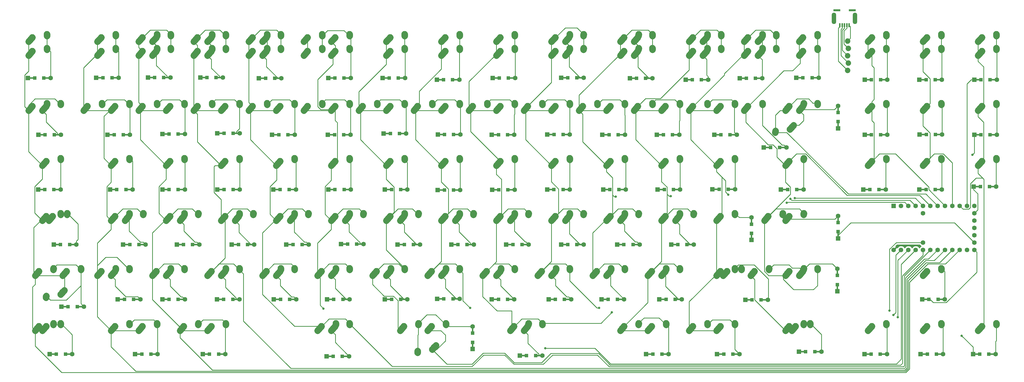
<source format=gbl>
G04 #@! TF.GenerationSoftware,KiCad,Pcbnew,(5.0.0-rc2-dev-733-g23a9fcd91)*
G04 #@! TF.CreationDate,2018-09-05T17:39:11-04:00*
G04 #@! TF.ProjectId,comp1800,636F6D70313830302E6B696361645F70,rev?*
G04 #@! TF.SameCoordinates,Original*
G04 #@! TF.FileFunction,Copper,L2,Bot,Signal*
G04 #@! TF.FilePolarity,Positive*
%FSLAX46Y46*%
G04 Gerber Fmt 4.6, Leading zero omitted, Abs format (unit mm)*
G04 Created by KiCad (PCBNEW (5.0.0-rc2-dev-733-g23a9fcd91)) date 09/05/18 17:39:11*
%MOMM*%
%LPD*%
G01*
G04 APERTURE LIST*
%ADD10C,2.250000*%
%ADD11C,2.250000*%
%ADD12C,1.600000*%
%ADD13R,1.600000X1.600000*%
%ADD14R,2.500000X0.500000*%
%ADD15R,1.200000X1.200000*%
%ADD16R,0.500000X2.500000*%
%ADD17C,1.879600*%
%ADD18R,2.350000X0.800000*%
%ADD19R,0.500000X1.400000*%
%ADD20O,1.500000X4.000000*%
%ADD21C,0.800000*%
%ADD22C,0.250000*%
%ADD23C,0.254000*%
G04 APERTURE END LIST*
D10*
X254932500Y-128560000D03*
D11*
X254912500Y-128850000D02*
X254952500Y-128270000D01*
D10*
X254952500Y-128270000D03*
X249257501Y-130080000D03*
D11*
X248602500Y-130810000D02*
X249912502Y-129350000D01*
D10*
X249912500Y-129350000D03*
X354687500Y-110300000D03*
X354032501Y-111030000D03*
D11*
X353377500Y-111760000D02*
X354687502Y-110300000D01*
D10*
X359727500Y-109220000D03*
X359707500Y-109510000D03*
D11*
X359687500Y-109800000D02*
X359727500Y-109220000D01*
D12*
X353377500Y-100330000D03*
X353377500Y-90170000D03*
X343217500Y-102870000D03*
X345757500Y-102870000D03*
X348297500Y-102870000D03*
X350837500Y-102870000D03*
X353377500Y-102870000D03*
X355917500Y-102870000D03*
X358457500Y-102870000D03*
X360997500Y-102870000D03*
X363537500Y-102870000D03*
X366077500Y-102870000D03*
X368617500Y-102870000D03*
X371157500Y-102870000D03*
X371157500Y-100330000D03*
X371157500Y-97790000D03*
X371157500Y-92710000D03*
X371157500Y-90170000D03*
X371157500Y-87630000D03*
X368617500Y-87630000D03*
X366077500Y-87630000D03*
X363537500Y-87630000D03*
X360997500Y-87630000D03*
X358457500Y-87630000D03*
X355917500Y-87630000D03*
X353377500Y-87630000D03*
X350837500Y-87630000D03*
X348297500Y-87630000D03*
X345757500Y-87630000D03*
D13*
X343217500Y-87630000D03*
D12*
X371157500Y-95250000D03*
D10*
X359707500Y-71410000D03*
D11*
X359687500Y-71700000D02*
X359727500Y-71120000D01*
D10*
X359727500Y-71120000D03*
X354032501Y-72930000D03*
D11*
X353377500Y-73660000D02*
X354687502Y-72200000D01*
D10*
X354687500Y-72200000D03*
X316845000Y-28547500D03*
D11*
X316825000Y-28837500D02*
X316865000Y-28257500D01*
D10*
X316865000Y-28257500D03*
X311170001Y-30067500D03*
D11*
X310515000Y-30797500D02*
X311825002Y-29337500D01*
D10*
X311825000Y-29337500D03*
X212070000Y-28547500D03*
D11*
X212050000Y-28837500D02*
X212090000Y-28257500D01*
D10*
X212090000Y-28257500D03*
X206395001Y-30067500D03*
D11*
X205740000Y-30797500D02*
X207050002Y-29337500D01*
D10*
X207050000Y-29337500D03*
X193020000Y-28547500D03*
D11*
X193000000Y-28837500D02*
X193040000Y-28257500D01*
D10*
X193040000Y-28257500D03*
X187345001Y-30067500D03*
D11*
X186690000Y-30797500D02*
X188000002Y-29337500D01*
D10*
X188000000Y-29337500D03*
X259695000Y-28547500D03*
D11*
X259675000Y-28837500D02*
X259715000Y-28257500D01*
D10*
X259715000Y-28257500D03*
X254020001Y-30067500D03*
D11*
X253365000Y-30797500D02*
X254675002Y-29337500D01*
D10*
X254675000Y-29337500D03*
X121325000Y-29337500D03*
X120670001Y-30067500D03*
D11*
X120015000Y-30797500D02*
X121325002Y-29337500D01*
D10*
X126365000Y-28257500D03*
X126345000Y-28547500D03*
D11*
X126325000Y-28837500D02*
X126365000Y-28257500D01*
D10*
X302557500Y-28547500D03*
D11*
X302537500Y-28837500D02*
X302577500Y-28257500D01*
D10*
X302577500Y-28257500D03*
X296882501Y-30067500D03*
D11*
X296227500Y-30797500D02*
X297537502Y-29337500D01*
D10*
X297537500Y-29337500D03*
X112057500Y-28547500D03*
D11*
X112037500Y-28837500D02*
X112077500Y-28257500D01*
D10*
X112077500Y-28257500D03*
X106382501Y-30067500D03*
D11*
X105727500Y-30797500D02*
X107037502Y-29337500D01*
D10*
X107037500Y-29337500D03*
X254932500Y-28547500D03*
D11*
X254912500Y-28837500D02*
X254952500Y-28257500D01*
D10*
X254952500Y-28257500D03*
X249257501Y-30067500D03*
D11*
X248602500Y-30797500D02*
X249912502Y-29337500D01*
D10*
X249912500Y-29337500D03*
X145395000Y-28547500D03*
D11*
X145375000Y-28837500D02*
X145415000Y-28257500D01*
D10*
X145415000Y-28257500D03*
X139720001Y-30067500D03*
D11*
X139065000Y-30797500D02*
X140375002Y-29337500D01*
D10*
X140375000Y-29337500D03*
X292775000Y-29337500D03*
X292120001Y-30067500D03*
D11*
X291465000Y-30797500D02*
X292775002Y-29337500D01*
D10*
X297815000Y-28257500D03*
X297795000Y-28547500D03*
D11*
X297775000Y-28837500D02*
X297815000Y-28257500D01*
D10*
X173970000Y-28547500D03*
D11*
X173950000Y-28837500D02*
X173990000Y-28257500D01*
D10*
X173990000Y-28257500D03*
X168295001Y-30067500D03*
D11*
X167640000Y-30797500D02*
X168950002Y-29337500D01*
D10*
X168950000Y-29337500D03*
X278745000Y-28547500D03*
D11*
X278725000Y-28837500D02*
X278765000Y-28257500D01*
D10*
X278765000Y-28257500D03*
X273070001Y-30067500D03*
D11*
X272415000Y-30797500D02*
X273725002Y-29337500D01*
D10*
X273725000Y-29337500D03*
X102275000Y-29337500D03*
X101620001Y-30067500D03*
D11*
X100965000Y-30797500D02*
X102275002Y-29337500D01*
D10*
X107315000Y-28257500D03*
X107295000Y-28547500D03*
D11*
X107275000Y-28837500D02*
X107315000Y-28257500D01*
D10*
X88245000Y-28547500D03*
D11*
X88225000Y-28837500D02*
X88265000Y-28257500D01*
D10*
X88265000Y-28257500D03*
X82570001Y-30067500D03*
D11*
X81915000Y-30797500D02*
X83225002Y-29337500D01*
D10*
X83225000Y-29337500D03*
X230862500Y-29337500D03*
X230207501Y-30067500D03*
D11*
X229552500Y-30797500D02*
X230862502Y-29337500D01*
D10*
X235902500Y-28257500D03*
X235882500Y-28547500D03*
D11*
X235862500Y-28837500D02*
X235902500Y-28257500D01*
D10*
X93007500Y-28547500D03*
D11*
X92987500Y-28837500D02*
X93027500Y-28257500D01*
D10*
X93027500Y-28257500D03*
X87332501Y-30067500D03*
D11*
X86677500Y-30797500D02*
X87987502Y-29337500D01*
D10*
X87987500Y-29337500D03*
X226100000Y-29337500D03*
X225445001Y-30067500D03*
D11*
X224790000Y-30797500D02*
X226100002Y-29337500D01*
D10*
X231140000Y-28257500D03*
X231120000Y-28547500D03*
D11*
X231100000Y-28837500D02*
X231140000Y-28257500D01*
D10*
X126087500Y-29337500D03*
X125432501Y-30067500D03*
D11*
X124777500Y-30797500D02*
X126087502Y-29337500D01*
D10*
X131127500Y-28257500D03*
X131107500Y-28547500D03*
D11*
X131087500Y-28837500D02*
X131127500Y-28257500D01*
D10*
X149900000Y-29337500D03*
X149245001Y-30067500D03*
D11*
X148590000Y-30797500D02*
X149900002Y-29337500D01*
D10*
X154940000Y-28257500D03*
X154920000Y-28547500D03*
D11*
X154900000Y-28837500D02*
X154940000Y-28257500D01*
D10*
X283507500Y-28547500D03*
D11*
X283487500Y-28837500D02*
X283527500Y-28257500D01*
D10*
X283527500Y-28257500D03*
X277832501Y-30067500D03*
D11*
X277177500Y-30797500D02*
X278487502Y-29337500D01*
D10*
X278487500Y-29337500D03*
X83225000Y-34100000D03*
X82570001Y-34830000D03*
D11*
X81915000Y-35560000D02*
X83225002Y-34100000D01*
D10*
X88265000Y-33020000D03*
X88245000Y-33310000D03*
D11*
X88225000Y-33600000D02*
X88265000Y-33020000D01*
D10*
X107295000Y-33310000D03*
D11*
X107275000Y-33600000D02*
X107315000Y-33020000D01*
D10*
X107315000Y-33020000D03*
X101620001Y-34830000D03*
D11*
X100965000Y-35560000D02*
X102275002Y-34100000D01*
D10*
X102275000Y-34100000D03*
X126345000Y-33310000D03*
D11*
X126325000Y-33600000D02*
X126365000Y-33020000D01*
D10*
X126365000Y-33020000D03*
X120670001Y-34830000D03*
D11*
X120015000Y-35560000D02*
X121325002Y-34100000D01*
D10*
X121325000Y-34100000D03*
X140375000Y-34100000D03*
X139720001Y-34830000D03*
D11*
X139065000Y-35560000D02*
X140375002Y-34100000D01*
D10*
X145415000Y-33020000D03*
X145395000Y-33310000D03*
D11*
X145375000Y-33600000D02*
X145415000Y-33020000D01*
D10*
X154920000Y-33310000D03*
D11*
X154900000Y-33600000D02*
X154940000Y-33020000D01*
D10*
X154940000Y-33020000D03*
X149245001Y-34830000D03*
D11*
X148590000Y-35560000D02*
X149900002Y-34100000D01*
D10*
X149900000Y-34100000D03*
X335637500Y-34100000D03*
X334982501Y-34830000D03*
D11*
X334327500Y-35560000D02*
X335637502Y-34100000D01*
D10*
X340677500Y-33020000D03*
X340657500Y-33310000D03*
D11*
X340637500Y-33600000D02*
X340677500Y-33020000D01*
D10*
X378757500Y-33310000D03*
D11*
X378737500Y-33600000D02*
X378777500Y-33020000D01*
D10*
X378777500Y-33020000D03*
X373082501Y-34830000D03*
D11*
X372427500Y-35560000D02*
X373737502Y-34100000D01*
D10*
X373737500Y-34100000D03*
X359707500Y-33310000D03*
D11*
X359687500Y-33600000D02*
X359727500Y-33020000D01*
D10*
X359727500Y-33020000D03*
X354032501Y-34830000D03*
D11*
X353377500Y-35560000D02*
X354687502Y-34100000D01*
D10*
X354687500Y-34100000D03*
X278487500Y-34100000D03*
X277832501Y-34830000D03*
D11*
X277177500Y-35560000D02*
X278487502Y-34100000D01*
D10*
X283527500Y-33020000D03*
X283507500Y-33310000D03*
D11*
X283487500Y-33600000D02*
X283527500Y-33020000D01*
D10*
X297795000Y-33310000D03*
D11*
X297775000Y-33600000D02*
X297815000Y-33020000D01*
D10*
X297815000Y-33020000D03*
X292120001Y-34830000D03*
D11*
X291465000Y-35560000D02*
X292775002Y-34100000D01*
D10*
X292775000Y-34100000D03*
X131107500Y-33310000D03*
D11*
X131087500Y-33600000D02*
X131127500Y-33020000D01*
D10*
X131127500Y-33020000D03*
X125432501Y-34830000D03*
D11*
X124777500Y-35560000D02*
X126087502Y-34100000D01*
D10*
X126087500Y-34100000D03*
X107037500Y-34100000D03*
X106382501Y-34830000D03*
D11*
X105727500Y-35560000D02*
X107037502Y-34100000D01*
D10*
X112077500Y-33020000D03*
X112057500Y-33310000D03*
D11*
X112037500Y-33600000D02*
X112077500Y-33020000D01*
D10*
X311825000Y-34100000D03*
X311170001Y-34830000D03*
D11*
X310515000Y-35560000D02*
X311825002Y-34100000D01*
D10*
X316865000Y-33020000D03*
X316845000Y-33310000D03*
D11*
X316825000Y-33600000D02*
X316865000Y-33020000D01*
D10*
X297537500Y-34100000D03*
X296882501Y-34830000D03*
D11*
X296227500Y-35560000D02*
X297537502Y-34100000D01*
D10*
X302577500Y-33020000D03*
X302557500Y-33310000D03*
D11*
X302537500Y-33600000D02*
X302577500Y-33020000D01*
D10*
X231120000Y-33310000D03*
D11*
X231100000Y-33600000D02*
X231140000Y-33020000D01*
D10*
X231140000Y-33020000D03*
X225445001Y-34830000D03*
D11*
X224790000Y-35560000D02*
X226100002Y-34100000D01*
D10*
X226100000Y-34100000D03*
X235882500Y-33310000D03*
D11*
X235862500Y-33600000D02*
X235902500Y-33020000D01*
D10*
X235902500Y-33020000D03*
X230207501Y-34830000D03*
D11*
X229552500Y-35560000D02*
X230862502Y-34100000D01*
D10*
X230862500Y-34100000D03*
X87987500Y-34100000D03*
X87332501Y-34830000D03*
D11*
X86677500Y-35560000D02*
X87987502Y-34100000D01*
D10*
X93027500Y-33020000D03*
X93007500Y-33310000D03*
D11*
X92987500Y-33600000D02*
X93027500Y-33020000D01*
D10*
X254675000Y-34100000D03*
X254020001Y-34830000D03*
D11*
X253365000Y-35560000D02*
X254675002Y-34100000D01*
D10*
X259715000Y-33020000D03*
X259695000Y-33310000D03*
D11*
X259675000Y-33600000D02*
X259715000Y-33020000D01*
D10*
X73957500Y-33310000D03*
D11*
X73937500Y-33600000D02*
X73977500Y-33020000D01*
D10*
X73977500Y-33020000D03*
X68282501Y-34830000D03*
D11*
X67627500Y-35560000D02*
X68937502Y-34100000D01*
D10*
X68937500Y-34100000D03*
X188000000Y-34100000D03*
X187345001Y-34830000D03*
D11*
X186690000Y-35560000D02*
X188000002Y-34100000D01*
D10*
X193040000Y-33020000D03*
X193020000Y-33310000D03*
D11*
X193000000Y-33600000D02*
X193040000Y-33020000D01*
D10*
X273725000Y-34100000D03*
X273070001Y-34830000D03*
D11*
X272415000Y-35560000D02*
X273725002Y-34100000D01*
D10*
X278765000Y-33020000D03*
X278745000Y-33310000D03*
D11*
X278725000Y-33600000D02*
X278765000Y-33020000D01*
D10*
X168950000Y-34100000D03*
X168295001Y-34830000D03*
D11*
X167640000Y-35560000D02*
X168950002Y-34100000D01*
D10*
X173990000Y-33020000D03*
X173970000Y-33310000D03*
D11*
X173950000Y-33600000D02*
X173990000Y-33020000D01*
D10*
X207050000Y-34100000D03*
X206395001Y-34830000D03*
D11*
X205740000Y-35560000D02*
X207050002Y-34100000D01*
D10*
X212090000Y-33020000D03*
X212070000Y-33310000D03*
D11*
X212050000Y-33600000D02*
X212090000Y-33020000D01*
D10*
X249912500Y-34100000D03*
X249257501Y-34830000D03*
D11*
X248602500Y-35560000D02*
X249912502Y-34100000D01*
D10*
X254952500Y-33020000D03*
X254932500Y-33310000D03*
D11*
X254912500Y-33600000D02*
X254952500Y-33020000D01*
D10*
X50145000Y-33310000D03*
D11*
X50125000Y-33600000D02*
X50165000Y-33020000D01*
D10*
X50165000Y-33020000D03*
X44470001Y-34830000D03*
D11*
X43815000Y-35560000D02*
X45125002Y-34100000D01*
D10*
X45125000Y-34100000D03*
X173712500Y-129350000D03*
X173057501Y-130080000D03*
D11*
X172402500Y-130810000D02*
X173712502Y-129350000D01*
D10*
X178752500Y-128270000D03*
X178732500Y-128560000D03*
D11*
X178712500Y-128850000D02*
X178752500Y-128270000D01*
D10*
X254932500Y-90460000D03*
D11*
X254912500Y-90750000D02*
X254952500Y-90170000D01*
D10*
X254952500Y-90170000D03*
X249257501Y-91980000D03*
D11*
X248602500Y-92710000D02*
X249912502Y-91250000D01*
D10*
X249912500Y-91250000D03*
X83482500Y-90460000D03*
D11*
X83462500Y-90750000D02*
X83502500Y-90170000D01*
D10*
X83502500Y-90170000D03*
X77807501Y-91980000D03*
D11*
X77152500Y-92710000D02*
X78462502Y-91250000D01*
D10*
X78462500Y-91250000D03*
X164187500Y-110300000D03*
X163532501Y-111030000D03*
D11*
X162877500Y-111760000D02*
X164187502Y-110300000D01*
D10*
X169227500Y-109220000D03*
X169207500Y-109510000D03*
D11*
X169187500Y-109800000D02*
X169227500Y-109220000D01*
D10*
X131107500Y-109510000D03*
D11*
X131087500Y-109800000D02*
X131127500Y-109220000D01*
D10*
X131127500Y-109220000D03*
X125432501Y-111030000D03*
D11*
X124777500Y-111760000D02*
X126087502Y-110300000D01*
D10*
X126087500Y-110300000D03*
X116562500Y-91250000D03*
X115907501Y-91980000D03*
D11*
X115252500Y-92710000D02*
X116562502Y-91250000D01*
D10*
X121602500Y-90170000D03*
X121582500Y-90460000D03*
D11*
X121562500Y-90750000D02*
X121602500Y-90170000D01*
D10*
X111800000Y-72200000D03*
X111145001Y-72930000D03*
D11*
X110490000Y-73660000D02*
X111800002Y-72200000D01*
D10*
X116840000Y-71120000D03*
X116820000Y-71410000D03*
D11*
X116800000Y-71700000D02*
X116840000Y-71120000D01*
D10*
X135612500Y-91250000D03*
X134957501Y-91980000D03*
D11*
X134302500Y-92710000D02*
X135612502Y-91250000D01*
D10*
X140652500Y-90170000D03*
X140632500Y-90460000D03*
D11*
X140612500Y-90750000D02*
X140652500Y-90170000D01*
D10*
X154662500Y-91250000D03*
X154007501Y-91980000D03*
D11*
X153352500Y-92710000D02*
X154662502Y-91250000D01*
D10*
X159702500Y-90170000D03*
X159682500Y-90460000D03*
D11*
X159662500Y-90750000D02*
X159702500Y-90170000D01*
D10*
X173712500Y-91250000D03*
X173057501Y-91980000D03*
D11*
X172402500Y-92710000D02*
X173712502Y-91250000D01*
D10*
X178752500Y-90170000D03*
X178732500Y-90460000D03*
D11*
X178712500Y-90750000D02*
X178752500Y-90170000D01*
D10*
X207050000Y-72200000D03*
X206395001Y-72930000D03*
D11*
X205740000Y-73660000D02*
X207050002Y-72200000D01*
D10*
X212090000Y-71120000D03*
X212070000Y-71410000D03*
D11*
X212050000Y-71700000D02*
X212090000Y-71120000D01*
D10*
X197782500Y-90460000D03*
D11*
X197762500Y-90750000D02*
X197802500Y-90170000D01*
D10*
X197802500Y-90170000D03*
X192107501Y-91980000D03*
D11*
X191452500Y-92710000D02*
X192762502Y-91250000D01*
D10*
X192762500Y-91250000D03*
X245407500Y-109510000D03*
D11*
X245387500Y-109800000D02*
X245427500Y-109220000D01*
D10*
X245427500Y-109220000D03*
X239732501Y-111030000D03*
D11*
X239077500Y-111760000D02*
X240387502Y-110300000D01*
D10*
X240387500Y-110300000D03*
X221337500Y-110300000D03*
X220682501Y-111030000D03*
D11*
X220027500Y-111760000D02*
X221337502Y-110300000D01*
D10*
X226377500Y-109220000D03*
X226357500Y-109510000D03*
D11*
X226337500Y-109800000D02*
X226377500Y-109220000D01*
D10*
X240645000Y-52360000D03*
D11*
X240625000Y-52650000D02*
X240665000Y-52070000D01*
D10*
X240665000Y-52070000D03*
X234970001Y-53880000D03*
D11*
X234315000Y-54610000D02*
X235625002Y-53150000D01*
D10*
X235625000Y-53150000D03*
X69195000Y-52360000D03*
D11*
X69175000Y-52650000D02*
X69215000Y-52070000D01*
D10*
X69215000Y-52070000D03*
X63520001Y-53880000D03*
D11*
X62865000Y-54610000D02*
X64175002Y-53150000D01*
D10*
X64175000Y-53150000D03*
X211812500Y-91250000D03*
X211157501Y-91980000D03*
D11*
X210502500Y-92710000D02*
X211812502Y-91250000D01*
D10*
X216852500Y-90170000D03*
X216832500Y-90460000D03*
D11*
X216812500Y-90750000D02*
X216852500Y-90170000D01*
D10*
X83225000Y-53150000D03*
X82570001Y-53880000D03*
D11*
X81915000Y-54610000D02*
X83225002Y-53150000D01*
D10*
X88265000Y-52070000D03*
X88245000Y-52360000D03*
D11*
X88225000Y-52650000D02*
X88265000Y-52070000D01*
D10*
X107295000Y-52360000D03*
D11*
X107275000Y-52650000D02*
X107315000Y-52070000D01*
D10*
X107315000Y-52070000D03*
X101620001Y-53880000D03*
D11*
X100965000Y-54610000D02*
X102275002Y-53150000D01*
D10*
X102275000Y-53150000D03*
X121325000Y-53150000D03*
X120670001Y-53880000D03*
D11*
X120015000Y-54610000D02*
X121325002Y-53150000D01*
D10*
X126365000Y-52070000D03*
X126345000Y-52360000D03*
D11*
X126325000Y-52650000D02*
X126365000Y-52070000D01*
D10*
X140375000Y-53150000D03*
X139720001Y-53880000D03*
D11*
X139065000Y-54610000D02*
X140375002Y-53150000D01*
D10*
X145415000Y-52070000D03*
X145395000Y-52360000D03*
D11*
X145375000Y-52650000D02*
X145415000Y-52070000D01*
D10*
X159425000Y-53150000D03*
X158770001Y-53880000D03*
D11*
X158115000Y-54610000D02*
X159425002Y-53150000D01*
D10*
X164465000Y-52070000D03*
X164445000Y-52360000D03*
D11*
X164425000Y-52650000D02*
X164465000Y-52070000D01*
D10*
X178475000Y-53150000D03*
X177820001Y-53880000D03*
D11*
X177165000Y-54610000D02*
X178475002Y-53150000D01*
D10*
X183515000Y-52070000D03*
X183495000Y-52360000D03*
D11*
X183475000Y-52650000D02*
X183515000Y-52070000D01*
D10*
X202545000Y-52360000D03*
D11*
X202525000Y-52650000D02*
X202565000Y-52070000D01*
D10*
X202565000Y-52070000D03*
X196870001Y-53880000D03*
D11*
X196215000Y-54610000D02*
X197525002Y-53150000D01*
D10*
X197525000Y-53150000D03*
X216575000Y-53150000D03*
X215920001Y-53880000D03*
D11*
X215265000Y-54610000D02*
X216575002Y-53150000D01*
D10*
X221615000Y-52070000D03*
X221595000Y-52360000D03*
D11*
X221575000Y-52650000D02*
X221615000Y-52070000D01*
D10*
X264200000Y-72200000D03*
X263545001Y-72930000D03*
D11*
X262890000Y-73660000D02*
X264200002Y-72200000D01*
D10*
X269240000Y-71120000D03*
X269220000Y-71410000D03*
D11*
X269200000Y-71700000D02*
X269240000Y-71120000D01*
D10*
X288270000Y-71410000D03*
D11*
X288250000Y-71700000D02*
X288290000Y-71120000D01*
D10*
X288290000Y-71120000D03*
X282595001Y-72930000D03*
D11*
X281940000Y-73660000D02*
X283250002Y-72200000D01*
D10*
X283250000Y-72200000D03*
X268962500Y-91250000D03*
X268307501Y-91980000D03*
D11*
X267652500Y-92710000D02*
X268962502Y-91250000D01*
D10*
X274002500Y-90170000D03*
X273982500Y-90460000D03*
D11*
X273962500Y-90750000D02*
X274002500Y-90170000D01*
D10*
X378757500Y-52360000D03*
D11*
X378737500Y-52650000D02*
X378777500Y-52070000D01*
D10*
X378777500Y-52070000D03*
X373082501Y-53880000D03*
D11*
X372427500Y-54610000D02*
X373737502Y-53150000D01*
D10*
X373737500Y-53150000D03*
X254675000Y-53150000D03*
X254020001Y-53880000D03*
D11*
X253365000Y-54610000D02*
X254675002Y-53150000D01*
D10*
X259715000Y-52070000D03*
X259695000Y-52360000D03*
D11*
X259675000Y-52650000D02*
X259715000Y-52070000D01*
D10*
X373737500Y-129350000D03*
X373082501Y-130080000D03*
D11*
X372427500Y-130810000D02*
X373737502Y-129350000D01*
D10*
X378777500Y-128270000D03*
X378757500Y-128560000D03*
D11*
X378737500Y-128850000D02*
X378777500Y-128270000D01*
D10*
X264457500Y-109510000D03*
D11*
X264437500Y-109800000D02*
X264477500Y-109220000D01*
D10*
X264477500Y-109220000D03*
X258782501Y-111030000D03*
D11*
X258127500Y-111760000D02*
X259437502Y-110300000D01*
D10*
X259437500Y-110300000D03*
X359707500Y-52360000D03*
D11*
X359687500Y-52650000D02*
X359727500Y-52070000D01*
D10*
X359727500Y-52070000D03*
X354032501Y-53880000D03*
D11*
X353377500Y-54610000D02*
X354687502Y-53150000D01*
D10*
X354687500Y-53150000D03*
X290532500Y-109510000D03*
D11*
X290512500Y-109800000D02*
X290552500Y-109220000D01*
D10*
X290552500Y-109220000D03*
X284857501Y-111030000D03*
D11*
X284202500Y-111760000D02*
X285512502Y-110300000D01*
D10*
X285512500Y-110300000D03*
X340657500Y-128560000D03*
D11*
X340637500Y-128850000D02*
X340677500Y-128270000D01*
D10*
X340677500Y-128270000D03*
X334982501Y-130080000D03*
D11*
X334327500Y-130810000D02*
X335637502Y-129350000D01*
D10*
X335637500Y-129350000D03*
X354687500Y-129350000D03*
X354032501Y-130080000D03*
D11*
X353377500Y-130810000D02*
X354687502Y-129350000D01*
D10*
X359727500Y-128270000D03*
X359707500Y-128560000D03*
D11*
X359687500Y-128850000D02*
X359727500Y-128270000D01*
D10*
X340657500Y-71410000D03*
D11*
X340637500Y-71700000D02*
X340677500Y-71120000D01*
D10*
X340677500Y-71120000D03*
X334982501Y-72930000D03*
D11*
X334327500Y-73660000D02*
X335637502Y-72200000D01*
D10*
X335637500Y-72200000D03*
X378757500Y-71410000D03*
D11*
X378737500Y-71700000D02*
X378777500Y-71120000D01*
D10*
X378777500Y-71120000D03*
X373082501Y-72930000D03*
D11*
X372427500Y-73660000D02*
X373737502Y-72200000D01*
D10*
X373737500Y-72200000D03*
X278745000Y-52360000D03*
D11*
X278725000Y-52650000D02*
X278765000Y-52070000D01*
D10*
X278765000Y-52070000D03*
X273070001Y-53880000D03*
D11*
X272415000Y-54610000D02*
X273725002Y-53150000D01*
D10*
X273725000Y-53150000D03*
X107037500Y-129350000D03*
X106382501Y-130080000D03*
D11*
X105727500Y-130810000D02*
X107037502Y-129350000D01*
D10*
X112077500Y-128270000D03*
X112057500Y-128560000D03*
D11*
X112037500Y-128850000D02*
X112077500Y-128270000D01*
D10*
X102532500Y-128560000D03*
D11*
X102512500Y-128850000D02*
X102552500Y-128270000D01*
D10*
X102552500Y-128270000D03*
X96857501Y-130080000D03*
D11*
X96202500Y-130810000D02*
X97512502Y-129350000D01*
D10*
X97512500Y-129350000D03*
X309285000Y-129350000D03*
X308630001Y-130080000D03*
D11*
X307975000Y-130810000D02*
X309285002Y-129350000D01*
D10*
X314325000Y-128270000D03*
X314305000Y-128560000D03*
D11*
X314285000Y-128850000D02*
X314325000Y-128270000D01*
D10*
X307062500Y-129350000D03*
X306407501Y-130080000D03*
D11*
X305752500Y-130810000D02*
X307062502Y-129350000D01*
D10*
X312102500Y-128270000D03*
X312082500Y-128560000D03*
D11*
X312062500Y-128850000D02*
X312102500Y-128270000D01*
D10*
X311825000Y-53150000D03*
X311170001Y-53880000D03*
D11*
X310515000Y-54610000D02*
X311825002Y-53150000D01*
D10*
X316865000Y-52070000D03*
X316845000Y-52360000D03*
D11*
X316825000Y-52650000D02*
X316865000Y-52070000D01*
D10*
X57170000Y-90460000D03*
D11*
X57150000Y-90750000D02*
X57190000Y-90170000D01*
D10*
X57190000Y-90170000D03*
X51495001Y-91980000D03*
D11*
X50840000Y-92710000D02*
X52150002Y-91250000D01*
D10*
X52150000Y-91250000D03*
X47387500Y-129350000D03*
X46732501Y-130080000D03*
D11*
X46077500Y-130810000D02*
X47387502Y-129350000D01*
D10*
X52427500Y-128270000D03*
X52407500Y-128560000D03*
D11*
X52387500Y-128850000D02*
X52427500Y-128270000D01*
D10*
X54907500Y-128560000D03*
D11*
X54887500Y-128850000D02*
X54927500Y-128270000D01*
D10*
X54927500Y-128270000D03*
X49232501Y-130080000D03*
D11*
X48577500Y-130810000D02*
X49887502Y-129350000D01*
D10*
X49887500Y-129350000D03*
X259437500Y-129350000D03*
X258782501Y-130080000D03*
D11*
X258127500Y-130810000D02*
X259437502Y-129350000D01*
D10*
X264477500Y-128270000D03*
X264457500Y-128560000D03*
D11*
X264437500Y-128850000D02*
X264477500Y-128270000D01*
D10*
X297795000Y-52360000D03*
D11*
X297775000Y-52650000D02*
X297815000Y-52070000D01*
D10*
X297815000Y-52070000D03*
X292120001Y-53880000D03*
D11*
X291465000Y-54610000D02*
X292775002Y-53150000D01*
D10*
X292775000Y-53150000D03*
X304820000Y-90460000D03*
D11*
X304800000Y-90750000D02*
X304840000Y-90170000D01*
D10*
X304840000Y-90170000D03*
X299145001Y-91980000D03*
D11*
X298490000Y-92710000D02*
X299800002Y-91250000D01*
D10*
X299800000Y-91250000D03*
X45125000Y-29337500D03*
X44470001Y-30067500D03*
D11*
X43815000Y-30797500D02*
X45125002Y-29337500D01*
D10*
X50165000Y-28257500D03*
X50145000Y-28547500D03*
D11*
X50125000Y-28837500D02*
X50165000Y-28257500D01*
D10*
X68937500Y-29337500D03*
X68282501Y-30067500D03*
D11*
X67627500Y-30797500D02*
X68937502Y-29337500D01*
D10*
X73977500Y-28257500D03*
X73957500Y-28547500D03*
D11*
X73937500Y-28837500D02*
X73977500Y-28257500D01*
D10*
X311825000Y-110300000D03*
X311170001Y-111030000D03*
D11*
X310515000Y-111760000D02*
X311825002Y-110300000D01*
D10*
X316865000Y-109220000D03*
X316845000Y-109510000D03*
D11*
X316825000Y-109800000D02*
X316865000Y-109220000D01*
D10*
X68937500Y-110300000D03*
X68282501Y-111030000D03*
D11*
X67627500Y-111760000D02*
X68937502Y-110300000D01*
D10*
X73977500Y-109220000D03*
X73957500Y-109510000D03*
D11*
X73937500Y-109800000D02*
X73977500Y-109220000D01*
D10*
X340657500Y-52360000D03*
D11*
X340637500Y-52650000D02*
X340677500Y-52070000D01*
D10*
X340677500Y-52070000D03*
X334982501Y-53880000D03*
D11*
X334327500Y-54610000D02*
X335637502Y-53150000D01*
D10*
X335637500Y-53150000D03*
X373737500Y-29337500D03*
X373082501Y-30067500D03*
D11*
X372427500Y-30797500D02*
X373737502Y-29337500D01*
D10*
X378777500Y-28257500D03*
X378757500Y-28547500D03*
D11*
X378737500Y-28837500D02*
X378777500Y-28257500D01*
D10*
X340657500Y-28547500D03*
D11*
X340637500Y-28837500D02*
X340677500Y-28257500D01*
D10*
X340677500Y-28257500D03*
X334982501Y-30067500D03*
D11*
X334327500Y-30797500D02*
X335637502Y-29337500D01*
D10*
X335637500Y-29337500D03*
X354687500Y-29337500D03*
X354032501Y-30067500D03*
D11*
X353377500Y-30797500D02*
X354687502Y-29337500D01*
D10*
X359727500Y-28257500D03*
X359707500Y-28547500D03*
D11*
X359687500Y-28837500D02*
X359727500Y-28257500D01*
D10*
X61932500Y-109510000D03*
D11*
X61912500Y-109800000D02*
X61952500Y-109220000D01*
D10*
X61952500Y-109220000D03*
X56257501Y-111030000D03*
D11*
X55602500Y-111760000D02*
X56912502Y-110300000D01*
D10*
X56912500Y-110300000D03*
X52407500Y-109510000D03*
D11*
X52387500Y-109800000D02*
X52427500Y-109220000D01*
D10*
X52427500Y-109220000D03*
X46732501Y-111030000D03*
D11*
X46077500Y-111760000D02*
X47387502Y-110300000D01*
D10*
X47387500Y-110300000D03*
X295037500Y-110300000D03*
X294382501Y-111030000D03*
D11*
X293727500Y-111760000D02*
X295037502Y-110300000D01*
D10*
X300077500Y-109220000D03*
X300057500Y-109510000D03*
D11*
X300037500Y-109800000D02*
X300077500Y-109220000D01*
D10*
X154920000Y-128560000D03*
D11*
X154900000Y-128850000D02*
X154940000Y-128270000D01*
D10*
X154940000Y-128270000D03*
X149245001Y-130080000D03*
D11*
X148590000Y-130810000D02*
X149900002Y-129350000D01*
D10*
X149900000Y-129350000D03*
X150157500Y-128560000D03*
D11*
X150137500Y-128850000D02*
X150177500Y-128270000D01*
D10*
X150177500Y-128270000D03*
X144482501Y-130080000D03*
D11*
X143827500Y-130810000D02*
X145137502Y-129350000D01*
D10*
X145137500Y-129350000D03*
X188257500Y-128560000D03*
D11*
X188237500Y-128850000D02*
X188277500Y-128270000D01*
D10*
X188277500Y-128270000D03*
X182582501Y-130080000D03*
D11*
X181927500Y-130810000D02*
X183237502Y-129350000D01*
D10*
X183237500Y-129350000D03*
X216832500Y-128560000D03*
D11*
X216812500Y-128850000D02*
X216852500Y-128270000D01*
D10*
X216852500Y-128270000D03*
X211157501Y-130080000D03*
D11*
X210502500Y-130810000D02*
X211812502Y-129350000D01*
D10*
X211812500Y-129350000D03*
X216575000Y-129350000D03*
X215920001Y-130080000D03*
D11*
X215265000Y-130810000D02*
X216575002Y-129350000D01*
D10*
X221615000Y-128270000D03*
X221595000Y-128560000D03*
D11*
X221575000Y-128850000D02*
X221615000Y-128270000D01*
D10*
X54907500Y-71410000D03*
D11*
X54887500Y-71700000D02*
X54927500Y-71120000D01*
D10*
X54927500Y-71120000D03*
X49232501Y-72930000D03*
D11*
X48577500Y-73660000D02*
X49887502Y-72200000D01*
D10*
X49887500Y-72200000D03*
X50145000Y-52360000D03*
D11*
X50125000Y-52650000D02*
X50165000Y-52070000D01*
D10*
X50165000Y-52070000D03*
X44470001Y-53880000D03*
D11*
X43815000Y-54610000D02*
X45125002Y-53150000D01*
D10*
X45125000Y-53150000D03*
X88245000Y-128560000D03*
D11*
X88225000Y-128850000D02*
X88265000Y-128270000D01*
D10*
X88265000Y-128270000D03*
X82570001Y-130080000D03*
D11*
X81915000Y-130810000D02*
X83225002Y-129350000D01*
D10*
X83225000Y-129350000D03*
X78720000Y-128560000D03*
D11*
X78700000Y-128850000D02*
X78740000Y-128270000D01*
D10*
X78740000Y-128270000D03*
X73045001Y-130080000D03*
D11*
X72390000Y-130810000D02*
X73700002Y-129350000D01*
D10*
X73700000Y-129350000D03*
X278745000Y-128560000D03*
D11*
X278725000Y-128850000D02*
X278765000Y-128270000D01*
D10*
X278765000Y-128270000D03*
X273070001Y-130080000D03*
D11*
X272415000Y-130810000D02*
X273725002Y-129350000D01*
D10*
X273725000Y-129350000D03*
X283250000Y-129350000D03*
X282595001Y-130080000D03*
D11*
X281940000Y-130810000D02*
X283250002Y-129350000D01*
D10*
X288290000Y-128270000D03*
X288270000Y-128560000D03*
D11*
X288250000Y-128850000D02*
X288290000Y-128270000D01*
D10*
X230862500Y-91250000D03*
X230207501Y-91980000D03*
D11*
X229552500Y-92710000D02*
X230862502Y-91250000D01*
D10*
X235902500Y-90170000D03*
X235882500Y-90460000D03*
D11*
X235862500Y-90750000D02*
X235902500Y-90170000D01*
D10*
X207307500Y-109510000D03*
D11*
X207287500Y-109800000D02*
X207327500Y-109220000D01*
D10*
X207327500Y-109220000D03*
X201632501Y-111030000D03*
D11*
X200977500Y-111760000D02*
X202287502Y-110300000D01*
D10*
X202287500Y-110300000D03*
X183237500Y-110300000D03*
X182582501Y-111030000D03*
D11*
X181927500Y-111760000D02*
X183237502Y-110300000D01*
D10*
X188277500Y-109220000D03*
X188257500Y-109510000D03*
D11*
X188237500Y-109800000D02*
X188277500Y-109220000D01*
D10*
X231120000Y-71410000D03*
D11*
X231100000Y-71700000D02*
X231140000Y-71120000D01*
D10*
X231140000Y-71120000D03*
X225445001Y-72930000D03*
D11*
X224790000Y-73660000D02*
X226100002Y-72200000D01*
D10*
X226100000Y-72200000D03*
X73700000Y-72200000D03*
X73045001Y-72930000D03*
D11*
X72390000Y-73660000D02*
X73700002Y-72200000D01*
D10*
X78740000Y-71120000D03*
X78720000Y-71410000D03*
D11*
X78700000Y-71700000D02*
X78740000Y-71120000D01*
D10*
X130850000Y-72200000D03*
X130195001Y-72930000D03*
D11*
X129540000Y-73660000D02*
X130850002Y-72200000D01*
D10*
X135890000Y-71120000D03*
X135870000Y-71410000D03*
D11*
X135850000Y-71700000D02*
X135890000Y-71120000D01*
D10*
X102532500Y-90460000D03*
D11*
X102512500Y-90750000D02*
X102552500Y-90170000D01*
D10*
X102552500Y-90170000D03*
X96857501Y-91980000D03*
D11*
X96202500Y-92710000D02*
X97512502Y-91250000D01*
D10*
X97512500Y-91250000D03*
X149900000Y-72200000D03*
X149245001Y-72930000D03*
D11*
X148590000Y-73660000D02*
X149900002Y-72200000D01*
D10*
X154940000Y-71120000D03*
X154920000Y-71410000D03*
D11*
X154900000Y-71700000D02*
X154940000Y-71120000D01*
D10*
X188000000Y-72200000D03*
X187345001Y-72930000D03*
D11*
X186690000Y-73660000D02*
X188000002Y-72200000D01*
D10*
X193040000Y-71120000D03*
X193020000Y-71410000D03*
D11*
X193000000Y-71700000D02*
X193040000Y-71120000D01*
D10*
X145137500Y-110300000D03*
X144482501Y-111030000D03*
D11*
X143827500Y-111760000D02*
X145137502Y-110300000D01*
D10*
X150177500Y-109220000D03*
X150157500Y-109510000D03*
D11*
X150137500Y-109800000D02*
X150177500Y-109220000D01*
D10*
X92750000Y-72200000D03*
X92095001Y-72930000D03*
D11*
X91440000Y-73660000D02*
X92750002Y-72200000D01*
D10*
X97790000Y-71120000D03*
X97770000Y-71410000D03*
D11*
X97750000Y-71700000D02*
X97790000Y-71120000D01*
D10*
X107037500Y-110300000D03*
X106382501Y-111030000D03*
D11*
X105727500Y-111760000D02*
X107037502Y-110300000D01*
D10*
X112077500Y-109220000D03*
X112057500Y-109510000D03*
D11*
X112037500Y-109800000D02*
X112077500Y-109220000D01*
D10*
X168950000Y-72200000D03*
X168295001Y-72930000D03*
D11*
X167640000Y-73660000D02*
X168950002Y-72200000D01*
D10*
X173990000Y-71120000D03*
X173970000Y-71410000D03*
D11*
X173950000Y-71700000D02*
X173990000Y-71120000D01*
D10*
X93007500Y-109510000D03*
D11*
X92987500Y-109800000D02*
X93027500Y-109220000D01*
D10*
X93027500Y-109220000D03*
X87332501Y-111030000D03*
D11*
X86677500Y-111760000D02*
X87987502Y-110300000D01*
D10*
X87987500Y-110300000D03*
X250170000Y-71410000D03*
D11*
X250150000Y-71700000D02*
X250190000Y-71120000D01*
D10*
X250190000Y-71120000D03*
X244495001Y-72930000D03*
D11*
X243840000Y-73660000D02*
X245150002Y-72200000D01*
D10*
X245150000Y-72200000D03*
X312082500Y-71410000D03*
D11*
X312062500Y-71700000D02*
X312102500Y-71120000D01*
D10*
X312102500Y-71120000D03*
X306407501Y-72930000D03*
D11*
X305752500Y-73660000D02*
X307062502Y-72200000D01*
D10*
X307062500Y-72200000D03*
X245150000Y-91250000D03*
X244495001Y-91980000D03*
D11*
X243840000Y-92710000D02*
X245150002Y-91250000D01*
D10*
X250190000Y-90170000D03*
X250170000Y-90460000D03*
D11*
X250150000Y-90750000D02*
X250190000Y-90170000D01*
D10*
X73700000Y-91250000D03*
X73045001Y-91980000D03*
D11*
X72390000Y-92710000D02*
X73700002Y-91250000D01*
D10*
X78740000Y-90170000D03*
X78720000Y-90460000D03*
D11*
X78700000Y-90750000D02*
X78740000Y-90170000D01*
D10*
X168950000Y-110300000D03*
X168295001Y-111030000D03*
D11*
X167640000Y-111760000D02*
X168950002Y-110300000D01*
D10*
X173990000Y-109220000D03*
X173970000Y-109510000D03*
D11*
X173950000Y-109800000D02*
X173990000Y-109220000D01*
D10*
X130850000Y-110300000D03*
X130195001Y-111030000D03*
D11*
X129540000Y-111760000D02*
X130850002Y-110300000D01*
D10*
X135890000Y-109220000D03*
X135870000Y-109510000D03*
D11*
X135850000Y-109800000D02*
X135890000Y-109220000D01*
D10*
X116820000Y-90460000D03*
D11*
X116800000Y-90750000D02*
X116840000Y-90170000D01*
D10*
X116840000Y-90170000D03*
X111145001Y-91980000D03*
D11*
X110490000Y-92710000D02*
X111800002Y-91250000D01*
D10*
X111800000Y-91250000D03*
X130850000Y-91250000D03*
X130195001Y-91980000D03*
D11*
X129540000Y-92710000D02*
X130850002Y-91250000D01*
D10*
X135890000Y-90170000D03*
X135870000Y-90460000D03*
D11*
X135850000Y-90750000D02*
X135890000Y-90170000D01*
D10*
X154920000Y-90460000D03*
D11*
X154900000Y-90750000D02*
X154940000Y-90170000D01*
D10*
X154940000Y-90170000D03*
X149245001Y-91980000D03*
D11*
X148590000Y-92710000D02*
X149900002Y-91250000D01*
D10*
X149900000Y-91250000D03*
X168950000Y-91250000D03*
X168295001Y-91980000D03*
D11*
X167640000Y-92710000D02*
X168950002Y-91250000D01*
D10*
X173990000Y-90170000D03*
X173970000Y-90460000D03*
D11*
X173950000Y-90750000D02*
X173990000Y-90170000D01*
D10*
X188000000Y-91250000D03*
X187345001Y-91980000D03*
D11*
X186690000Y-92710000D02*
X188000002Y-91250000D01*
D10*
X193040000Y-90170000D03*
X193020000Y-90460000D03*
D11*
X193000000Y-90750000D02*
X193040000Y-90170000D01*
D10*
X250170000Y-109510000D03*
D11*
X250150000Y-109800000D02*
X250190000Y-109220000D01*
D10*
X250190000Y-109220000D03*
X244495001Y-111030000D03*
D11*
X243840000Y-111760000D02*
X245150002Y-110300000D01*
D10*
X245150000Y-110300000D03*
X226100000Y-110300000D03*
X225445001Y-111030000D03*
D11*
X224790000Y-111760000D02*
X226100002Y-110300000D01*
D10*
X231140000Y-109220000D03*
X231120000Y-109510000D03*
D11*
X231100000Y-109800000D02*
X231140000Y-109220000D01*
D10*
X212070000Y-90460000D03*
D11*
X212050000Y-90750000D02*
X212090000Y-90170000D01*
D10*
X212090000Y-90170000D03*
X206395001Y-91980000D03*
D11*
X205740000Y-92710000D02*
X207050002Y-91250000D01*
D10*
X207050000Y-91250000D03*
X78720000Y-52360000D03*
D11*
X78700000Y-52650000D02*
X78740000Y-52070000D01*
D10*
X78740000Y-52070000D03*
X73045001Y-53880000D03*
D11*
X72390000Y-54610000D02*
X73700002Y-53150000D01*
D10*
X73700000Y-53150000D03*
X92750000Y-53150000D03*
X92095001Y-53880000D03*
D11*
X91440000Y-54610000D02*
X92750002Y-53150000D01*
D10*
X97790000Y-52070000D03*
X97770000Y-52360000D03*
D11*
X97750000Y-52650000D02*
X97790000Y-52070000D01*
D10*
X116820000Y-52360000D03*
D11*
X116800000Y-52650000D02*
X116840000Y-52070000D01*
D10*
X116840000Y-52070000D03*
X111145001Y-53880000D03*
D11*
X110490000Y-54610000D02*
X111800002Y-53150000D01*
D10*
X111800000Y-53150000D03*
X130850000Y-53150000D03*
X130195001Y-53880000D03*
D11*
X129540000Y-54610000D02*
X130850002Y-53150000D01*
D10*
X135890000Y-52070000D03*
X135870000Y-52360000D03*
D11*
X135850000Y-52650000D02*
X135890000Y-52070000D01*
D10*
X154920000Y-52360000D03*
D11*
X154900000Y-52650000D02*
X154940000Y-52070000D01*
D10*
X154940000Y-52070000D03*
X149245001Y-53880000D03*
D11*
X148590000Y-54610000D02*
X149900002Y-53150000D01*
D10*
X149900000Y-53150000D03*
X168950000Y-53150000D03*
X168295001Y-53880000D03*
D11*
X167640000Y-54610000D02*
X168950002Y-53150000D01*
D10*
X173990000Y-52070000D03*
X173970000Y-52360000D03*
D11*
X173950000Y-52650000D02*
X173990000Y-52070000D01*
D10*
X193020000Y-52360000D03*
D11*
X193000000Y-52650000D02*
X193040000Y-52070000D01*
D10*
X193040000Y-52070000D03*
X187345001Y-53880000D03*
D11*
X186690000Y-54610000D02*
X188000002Y-53150000D01*
D10*
X188000000Y-53150000D03*
X207050000Y-53150000D03*
X206395001Y-53880000D03*
D11*
X205740000Y-54610000D02*
X207050002Y-53150000D01*
D10*
X212090000Y-52070000D03*
X212070000Y-52360000D03*
D11*
X212050000Y-52650000D02*
X212090000Y-52070000D01*
D10*
X231120000Y-52360000D03*
D11*
X231100000Y-52650000D02*
X231140000Y-52070000D01*
D10*
X231140000Y-52070000D03*
X225445001Y-53880000D03*
D11*
X224790000Y-54610000D02*
X226100002Y-53150000D01*
D10*
X226100000Y-53150000D03*
X245150000Y-53150000D03*
X244495001Y-53880000D03*
D11*
X243840000Y-54610000D02*
X245150002Y-53150000D01*
D10*
X250190000Y-52070000D03*
X250170000Y-52360000D03*
D11*
X250150000Y-52650000D02*
X250190000Y-52070000D01*
D10*
X264200000Y-91250000D03*
X263545001Y-91980000D03*
D11*
X262890000Y-92710000D02*
X264200002Y-91250000D01*
D10*
X269240000Y-90170000D03*
X269220000Y-90460000D03*
D11*
X269200000Y-90750000D02*
X269240000Y-90170000D01*
D10*
X269220000Y-52360000D03*
D11*
X269200000Y-52650000D02*
X269240000Y-52070000D01*
D10*
X269240000Y-52070000D03*
X263545001Y-53880000D03*
D11*
X262890000Y-54610000D02*
X264200002Y-53150000D01*
D10*
X264200000Y-53150000D03*
X264200000Y-110300000D03*
X263545001Y-111030000D03*
D11*
X262890000Y-111760000D02*
X264200002Y-110300000D01*
D10*
X269240000Y-109220000D03*
X269220000Y-109510000D03*
D11*
X269200000Y-109800000D02*
X269240000Y-109220000D01*
D10*
X283250000Y-53150000D03*
X282595001Y-53880000D03*
D11*
X281940000Y-54610000D02*
X283250002Y-53150000D01*
D10*
X288290000Y-52070000D03*
X288270000Y-52360000D03*
D11*
X288250000Y-52650000D02*
X288290000Y-52070000D01*
D10*
X312082500Y-52360000D03*
D11*
X312062500Y-52650000D02*
X312102500Y-52070000D01*
D10*
X312102500Y-52070000D03*
X306407501Y-53880000D03*
D11*
X305752500Y-54610000D02*
X307062502Y-53150000D01*
D10*
X307062500Y-53150000D03*
X49887500Y-91250000D03*
X49232501Y-91980000D03*
D11*
X48577500Y-92710000D02*
X49887502Y-91250000D01*
D10*
X54927500Y-90170000D03*
X54907500Y-90460000D03*
D11*
X54887500Y-90750000D02*
X54927500Y-90170000D01*
D10*
X307062500Y-91250000D03*
X306407501Y-91980000D03*
D11*
X305752500Y-92710000D02*
X307062502Y-91250000D01*
D10*
X312102500Y-90170000D03*
X312082500Y-90460000D03*
D11*
X312062500Y-90750000D02*
X312102500Y-90170000D01*
D10*
X288270000Y-109510000D03*
D11*
X288250000Y-109800000D02*
X288290000Y-109220000D01*
D10*
X288290000Y-109220000D03*
X282595001Y-111030000D03*
D11*
X281940000Y-111760000D02*
X283250002Y-110300000D01*
D10*
X283250000Y-110300000D03*
X312082500Y-109510000D03*
D11*
X312062500Y-109800000D02*
X312102500Y-109220000D01*
D10*
X312102500Y-109220000D03*
X306407501Y-111030000D03*
D11*
X305752500Y-111760000D02*
X307062502Y-110300000D01*
D10*
X307062500Y-110300000D03*
X78720000Y-109510000D03*
D11*
X78700000Y-109800000D02*
X78740000Y-109220000D01*
D10*
X78740000Y-109220000D03*
X73045001Y-111030000D03*
D11*
X72390000Y-111760000D02*
X73700002Y-110300000D01*
D10*
X73700000Y-110300000D03*
X49867500Y-119090000D03*
D11*
X49887500Y-118800000D02*
X49847500Y-119380000D01*
D10*
X49847500Y-119380000D03*
X55542499Y-117570000D03*
D11*
X56197500Y-116840000D02*
X54887498Y-118300000D01*
D10*
X54887500Y-118300000D03*
X49887500Y-53150000D03*
X49232501Y-53880000D03*
D11*
X48577500Y-54610000D02*
X49887502Y-53150000D01*
D10*
X54927500Y-52070000D03*
X54907500Y-52360000D03*
D11*
X54887500Y-52650000D02*
X54927500Y-52070000D01*
D10*
X231120000Y-90460000D03*
D11*
X231100000Y-90750000D02*
X231140000Y-90170000D01*
D10*
X231140000Y-90170000D03*
X225445001Y-91980000D03*
D11*
X224790000Y-92710000D02*
X226100002Y-91250000D01*
D10*
X226100000Y-91250000D03*
X207050000Y-110300000D03*
X206395001Y-111030000D03*
D11*
X205740000Y-111760000D02*
X207050002Y-110300000D01*
D10*
X212090000Y-109220000D03*
X212070000Y-109510000D03*
D11*
X212050000Y-109800000D02*
X212090000Y-109220000D01*
D10*
X193020000Y-109510000D03*
D11*
X193000000Y-109800000D02*
X193040000Y-109220000D01*
D10*
X193040000Y-109220000D03*
X187345001Y-111030000D03*
D11*
X186690000Y-111760000D02*
X188000002Y-110300000D01*
D10*
X188000000Y-110300000D03*
X97770000Y-90460000D03*
D11*
X97750000Y-90750000D02*
X97790000Y-90170000D01*
D10*
X97790000Y-90170000D03*
X92095001Y-91980000D03*
D11*
X91440000Y-92710000D02*
X92750002Y-91250000D01*
D10*
X92750000Y-91250000D03*
X149900000Y-110300000D03*
X149245001Y-111030000D03*
D11*
X148590000Y-111760000D02*
X149900002Y-110300000D01*
D10*
X154940000Y-109220000D03*
X154920000Y-109510000D03*
D11*
X154900000Y-109800000D02*
X154940000Y-109220000D01*
D10*
X116820000Y-109510000D03*
D11*
X116800000Y-109800000D02*
X116840000Y-109220000D01*
D10*
X116840000Y-109220000D03*
X111145001Y-111030000D03*
D11*
X110490000Y-111760000D02*
X111800002Y-110300000D01*
D10*
X111800000Y-110300000D03*
X92750000Y-110300000D03*
X92095001Y-111030000D03*
D11*
X91440000Y-111760000D02*
X92750002Y-110300000D01*
D10*
X97790000Y-109220000D03*
X97770000Y-109510000D03*
D11*
X97750000Y-109800000D02*
X97790000Y-109220000D01*
D10*
X283250000Y-91250000D03*
X282595001Y-91980000D03*
D11*
X281940000Y-92710000D02*
X283250002Y-91250000D01*
D10*
X288290000Y-90170000D03*
X288270000Y-90460000D03*
D11*
X288250000Y-90750000D02*
X288290000Y-90170000D01*
D14*
X50200000Y-43400000D03*
X44800000Y-43400000D03*
D12*
X51400000Y-43400000D03*
D13*
X43600000Y-43400000D03*
D15*
X45925000Y-43400000D03*
X49075000Y-43400000D03*
X72675000Y-43300000D03*
X69525000Y-43300000D03*
D13*
X67200000Y-43300000D03*
D12*
X75000000Y-43300000D03*
D14*
X68400000Y-43300000D03*
X73800000Y-43300000D03*
D15*
X90575000Y-43200000D03*
X87425000Y-43200000D03*
D13*
X85100000Y-43200000D03*
D12*
X92900000Y-43200000D03*
D14*
X86300000Y-43200000D03*
X91700000Y-43200000D03*
D15*
X108700000Y-43200000D03*
X105550000Y-43200000D03*
D13*
X103225000Y-43200000D03*
D12*
X111025000Y-43200000D03*
D14*
X104425000Y-43200000D03*
X109825000Y-43200000D03*
X130100000Y-43500000D03*
X124700000Y-43500000D03*
D12*
X131300000Y-43500000D03*
D13*
X123500000Y-43500000D03*
D15*
X125825000Y-43500000D03*
X128975000Y-43500000D03*
D14*
X154100000Y-43400000D03*
X148700000Y-43400000D03*
D12*
X155300000Y-43400000D03*
D13*
X147500000Y-43400000D03*
D15*
X149825000Y-43400000D03*
X152975000Y-43400000D03*
D14*
X172900000Y-43400000D03*
X167500000Y-43400000D03*
D12*
X174100000Y-43400000D03*
D13*
X166300000Y-43400000D03*
D15*
X168625000Y-43400000D03*
X171775000Y-43400000D03*
X190575000Y-44000000D03*
X187425000Y-44000000D03*
D13*
X185100000Y-44000000D03*
D12*
X192900000Y-44000000D03*
D14*
X186300000Y-44000000D03*
X191700000Y-44000000D03*
D15*
X209875000Y-43400000D03*
X206725000Y-43400000D03*
D13*
X204400000Y-43400000D03*
D12*
X212200000Y-43400000D03*
D14*
X205600000Y-43400000D03*
X211000000Y-43400000D03*
D15*
X233575000Y-43300000D03*
X230425000Y-43300000D03*
D13*
X228100000Y-43300000D03*
D12*
X235900000Y-43300000D03*
D14*
X229300000Y-43300000D03*
X234700000Y-43300000D03*
D15*
X257375000Y-43500000D03*
X254225000Y-43500000D03*
D13*
X251900000Y-43500000D03*
D12*
X259700000Y-43500000D03*
D14*
X253100000Y-43500000D03*
X258500000Y-43500000D03*
D15*
X276675000Y-44000000D03*
X273525000Y-44000000D03*
D13*
X271200000Y-44000000D03*
D12*
X279000000Y-44000000D03*
D14*
X272400000Y-44000000D03*
X277800000Y-44000000D03*
X296525000Y-43500000D03*
X291125000Y-43500000D03*
D12*
X297725000Y-43500000D03*
D13*
X289925000Y-43500000D03*
D15*
X292250000Y-43500000D03*
X295400000Y-43500000D03*
X314975000Y-43300000D03*
X311825000Y-43300000D03*
D13*
X309500000Y-43300000D03*
D12*
X317300000Y-43300000D03*
D14*
X310700000Y-43300000D03*
X316100000Y-43300000D03*
D15*
X338675000Y-44000000D03*
X335525000Y-44000000D03*
D13*
X333200000Y-44000000D03*
D12*
X341000000Y-44000000D03*
D14*
X334400000Y-44000000D03*
X339800000Y-44000000D03*
X358700000Y-44000000D03*
X353300000Y-44000000D03*
D12*
X359900000Y-44000000D03*
D13*
X352100000Y-44000000D03*
D15*
X354425000Y-44000000D03*
X357575000Y-44000000D03*
D14*
X377700000Y-44000000D03*
X372300000Y-44000000D03*
D12*
X378900000Y-44000000D03*
D13*
X371100000Y-44000000D03*
D15*
X373425000Y-44000000D03*
X376575000Y-44000000D03*
D16*
X324000000Y-92300000D03*
X324000000Y-97700000D03*
D12*
X324000000Y-91100000D03*
D13*
X324000000Y-98900000D03*
D15*
X324000000Y-96575000D03*
X324000000Y-93425000D03*
X52675000Y-63000000D03*
X49525000Y-63000000D03*
D13*
X47200000Y-63000000D03*
D12*
X55000000Y-63000000D03*
D14*
X48400000Y-63000000D03*
X53800000Y-63000000D03*
X77700000Y-63000000D03*
X72300000Y-63000000D03*
D12*
X78900000Y-63000000D03*
D13*
X71100000Y-63000000D03*
D15*
X73425000Y-63000000D03*
X76575000Y-63000000D03*
D14*
X96700000Y-62800000D03*
X91300000Y-62800000D03*
D12*
X97900000Y-62800000D03*
D13*
X90100000Y-62800000D03*
D15*
X92425000Y-62800000D03*
X95575000Y-62800000D03*
X114575000Y-62500000D03*
X111425000Y-62500000D03*
D13*
X109100000Y-62500000D03*
D12*
X116900000Y-62500000D03*
D14*
X110300000Y-62500000D03*
X115700000Y-62500000D03*
X134700000Y-63000000D03*
X129300000Y-63000000D03*
D12*
X135900000Y-63000000D03*
D13*
X128100000Y-63000000D03*
D15*
X130425000Y-63000000D03*
X133575000Y-63000000D03*
X152875000Y-63000000D03*
X149725000Y-63000000D03*
D13*
X147400000Y-63000000D03*
D12*
X155200000Y-63000000D03*
D14*
X148600000Y-63000000D03*
X154000000Y-63000000D03*
X173275000Y-62600000D03*
X167875000Y-62600000D03*
D12*
X174475000Y-62600000D03*
D13*
X166675000Y-62600000D03*
D15*
X169000000Y-62600000D03*
X172150000Y-62600000D03*
D14*
X192025000Y-62900000D03*
X186625000Y-62900000D03*
D12*
X193225000Y-62900000D03*
D13*
X185425000Y-62900000D03*
D15*
X187750000Y-62900000D03*
X190900000Y-62900000D03*
X209575000Y-63000000D03*
X206425000Y-63000000D03*
D13*
X204100000Y-63000000D03*
D12*
X211900000Y-63000000D03*
D14*
X205300000Y-63000000D03*
X210700000Y-63000000D03*
D15*
X228800000Y-62900000D03*
X225650000Y-62900000D03*
D13*
X223325000Y-62900000D03*
D12*
X231125000Y-62900000D03*
D14*
X224525000Y-62900000D03*
X229925000Y-62900000D03*
D15*
X247875000Y-63000000D03*
X244725000Y-63000000D03*
D13*
X242400000Y-63000000D03*
D12*
X250200000Y-63000000D03*
D14*
X243600000Y-63000000D03*
X249000000Y-63000000D03*
X267800000Y-63000000D03*
X262400000Y-63000000D03*
D12*
X269000000Y-63000000D03*
D13*
X261200000Y-63000000D03*
D15*
X263525000Y-63000000D03*
X266675000Y-63000000D03*
D14*
X287700000Y-63000000D03*
X282300000Y-63000000D03*
D12*
X288900000Y-63000000D03*
D13*
X281100000Y-63000000D03*
D15*
X283425000Y-63000000D03*
X286575000Y-63000000D03*
X324000000Y-55325000D03*
X324000000Y-58475000D03*
D13*
X324000000Y-60800000D03*
D12*
X324000000Y-53000000D03*
D16*
X324000000Y-59600000D03*
X324000000Y-54200000D03*
D15*
X303750000Y-67400000D03*
X300600000Y-67400000D03*
D13*
X298275000Y-67400000D03*
D12*
X306075000Y-67400000D03*
D14*
X299475000Y-67400000D03*
X304875000Y-67400000D03*
D15*
X338675000Y-63000000D03*
X335525000Y-63000000D03*
D13*
X333200000Y-63000000D03*
D12*
X341000000Y-63000000D03*
D14*
X334400000Y-63000000D03*
X339800000Y-63000000D03*
X358800000Y-62900000D03*
X353400000Y-62900000D03*
D12*
X360000000Y-62900000D03*
D13*
X352200000Y-62900000D03*
D15*
X354525000Y-62900000D03*
X357675000Y-62900000D03*
X376575000Y-63000000D03*
X373425000Y-63000000D03*
D13*
X371100000Y-63000000D03*
D12*
X378900000Y-63000000D03*
D14*
X372300000Y-63000000D03*
X377700000Y-63000000D03*
D15*
X323700000Y-111750000D03*
X323700000Y-114900000D03*
D13*
X323700000Y-117225000D03*
D12*
X323700000Y-109425000D03*
D16*
X323700000Y-116025000D03*
X323700000Y-110625000D03*
D14*
X53700000Y-82000000D03*
X48300000Y-82000000D03*
D12*
X54900000Y-82000000D03*
D13*
X47100000Y-82000000D03*
D15*
X49425000Y-82000000D03*
X52575000Y-82000000D03*
D14*
X78600000Y-82000000D03*
X73200000Y-82000000D03*
D12*
X79800000Y-82000000D03*
D13*
X72000000Y-82000000D03*
D15*
X74325000Y-82000000D03*
X77475000Y-82000000D03*
D14*
X96700000Y-82000000D03*
X91300000Y-82000000D03*
D12*
X97900000Y-82000000D03*
D13*
X90100000Y-82000000D03*
D15*
X92425000Y-82000000D03*
X95575000Y-82000000D03*
X114575000Y-82000000D03*
X111425000Y-82000000D03*
D13*
X109100000Y-82000000D03*
D12*
X116900000Y-82000000D03*
D14*
X110300000Y-82000000D03*
X115700000Y-82000000D03*
X135125000Y-82000000D03*
X129725000Y-82000000D03*
D12*
X136325000Y-82000000D03*
D13*
X128525000Y-82000000D03*
D15*
X130850000Y-82000000D03*
X134000000Y-82000000D03*
X153000000Y-82000000D03*
X149850000Y-82000000D03*
D13*
X147525000Y-82000000D03*
D12*
X155325000Y-82000000D03*
D14*
X148725000Y-82000000D03*
X154125000Y-82000000D03*
D15*
X172575000Y-82000000D03*
X169425000Y-82000000D03*
D13*
X167100000Y-82000000D03*
D12*
X174900000Y-82000000D03*
D14*
X168300000Y-82000000D03*
X173700000Y-82000000D03*
D15*
X190875000Y-82200000D03*
X187725000Y-82200000D03*
D13*
X185400000Y-82200000D03*
D12*
X193200000Y-82200000D03*
D14*
X186600000Y-82200000D03*
X192000000Y-82200000D03*
X210825000Y-82100000D03*
X205425000Y-82100000D03*
D12*
X212025000Y-82100000D03*
D13*
X204225000Y-82100000D03*
D15*
X206550000Y-82100000D03*
X209700000Y-82100000D03*
X228775000Y-82000000D03*
X225625000Y-82000000D03*
D13*
X223300000Y-82000000D03*
D12*
X231100000Y-82000000D03*
D14*
X224500000Y-82000000D03*
X229900000Y-82000000D03*
X249275000Y-82000000D03*
X243875000Y-82000000D03*
D12*
X250475000Y-82000000D03*
D13*
X242675000Y-82000000D03*
D15*
X245000000Y-82000000D03*
X248150000Y-82000000D03*
X267000000Y-82000000D03*
X263850000Y-82000000D03*
D13*
X261525000Y-82000000D03*
D12*
X269325000Y-82000000D03*
D14*
X262725000Y-82000000D03*
X268125000Y-82000000D03*
X287100000Y-81900000D03*
X281700000Y-81900000D03*
D12*
X288300000Y-81900000D03*
D13*
X280500000Y-81900000D03*
D15*
X282825000Y-81900000D03*
X285975000Y-81900000D03*
X309675000Y-82000000D03*
X306525000Y-82000000D03*
D13*
X304200000Y-82000000D03*
D12*
X312000000Y-82000000D03*
D14*
X305400000Y-82000000D03*
X310800000Y-82000000D03*
D15*
X338150000Y-82000000D03*
X335000000Y-82000000D03*
D13*
X332675000Y-82000000D03*
D12*
X340475000Y-82000000D03*
D14*
X333875000Y-82000000D03*
X339275000Y-82000000D03*
D15*
X357575000Y-82000000D03*
X354425000Y-82000000D03*
D13*
X352100000Y-82000000D03*
D12*
X359900000Y-82000000D03*
D14*
X353300000Y-82000000D03*
X358700000Y-82000000D03*
X377500000Y-81000000D03*
X372100000Y-81000000D03*
D12*
X378700000Y-81000000D03*
D13*
X370900000Y-81000000D03*
D15*
X373225000Y-81000000D03*
X376375000Y-81000000D03*
D14*
X59125000Y-101000000D03*
X53725000Y-101000000D03*
D12*
X60325000Y-101000000D03*
D13*
X52525000Y-101000000D03*
D15*
X54850000Y-101000000D03*
X58000000Y-101000000D03*
D14*
X83125000Y-101000000D03*
X77725000Y-101000000D03*
D12*
X84325000Y-101000000D03*
D13*
X76525000Y-101000000D03*
D15*
X78850000Y-101000000D03*
X82000000Y-101000000D03*
X100575000Y-101000000D03*
X97425000Y-101000000D03*
D13*
X95100000Y-101000000D03*
D12*
X102900000Y-101000000D03*
D14*
X96300000Y-101000000D03*
X101700000Y-101000000D03*
X120700000Y-101000000D03*
X115300000Y-101000000D03*
D12*
X121900000Y-101000000D03*
D13*
X114100000Y-101000000D03*
D15*
X116425000Y-101000000D03*
X119575000Y-101000000D03*
X138475000Y-101000000D03*
X135325000Y-101000000D03*
D13*
X133000000Y-101000000D03*
D12*
X140800000Y-101000000D03*
D14*
X134200000Y-101000000D03*
X139600000Y-101000000D03*
X158500000Y-100900000D03*
X153100000Y-100900000D03*
D12*
X159700000Y-100900000D03*
D13*
X151900000Y-100900000D03*
D15*
X154225000Y-100900000D03*
X157375000Y-100900000D03*
D14*
X178125000Y-101000000D03*
X172725000Y-101000000D03*
D12*
X179325000Y-101000000D03*
D13*
X171525000Y-101000000D03*
D15*
X173850000Y-101000000D03*
X177000000Y-101000000D03*
X195575000Y-101000000D03*
X192425000Y-101000000D03*
D13*
X190100000Y-101000000D03*
D12*
X197900000Y-101000000D03*
D14*
X191300000Y-101000000D03*
X196700000Y-101000000D03*
D15*
X214575000Y-101000000D03*
X211425000Y-101000000D03*
D13*
X209100000Y-101000000D03*
D12*
X216900000Y-101000000D03*
D14*
X210300000Y-101000000D03*
X215700000Y-101000000D03*
X234700000Y-101000000D03*
X229300000Y-101000000D03*
D12*
X235900000Y-101000000D03*
D13*
X228100000Y-101000000D03*
D15*
X230425000Y-101000000D03*
X233575000Y-101000000D03*
D14*
X254125000Y-101000000D03*
X248725000Y-101000000D03*
D12*
X255325000Y-101000000D03*
D13*
X247525000Y-101000000D03*
D15*
X249850000Y-101000000D03*
X253000000Y-101000000D03*
X271675000Y-101000000D03*
X268525000Y-101000000D03*
D13*
X266200000Y-101000000D03*
D12*
X274000000Y-101000000D03*
D14*
X267400000Y-101000000D03*
X272800000Y-101000000D03*
D16*
X294000000Y-92875000D03*
X294000000Y-98275000D03*
D12*
X294000000Y-91675000D03*
D13*
X294000000Y-99475000D03*
D15*
X294000000Y-97150000D03*
X294000000Y-94000000D03*
X60625000Y-122525000D03*
X57475000Y-122525000D03*
D13*
X55150000Y-122525000D03*
D12*
X62950000Y-122525000D03*
D14*
X56350000Y-122525000D03*
X61750000Y-122525000D03*
X81275000Y-120000000D03*
X75875000Y-120000000D03*
D12*
X82475000Y-120000000D03*
D13*
X74675000Y-120000000D03*
D15*
X77000000Y-120000000D03*
X80150000Y-120000000D03*
D14*
X96700000Y-120000000D03*
X91300000Y-120000000D03*
D12*
X97900000Y-120000000D03*
D13*
X90100000Y-120000000D03*
D15*
X92425000Y-120000000D03*
X95575000Y-120000000D03*
X114475000Y-120000000D03*
X111325000Y-120000000D03*
D13*
X109000000Y-120000000D03*
D12*
X116800000Y-120000000D03*
D14*
X110200000Y-120000000D03*
X115600000Y-120000000D03*
D15*
X134150000Y-120000000D03*
X131000000Y-120000000D03*
D13*
X128675000Y-120000000D03*
D12*
X136475000Y-120000000D03*
D14*
X129875000Y-120000000D03*
X135275000Y-120000000D03*
X153700000Y-120000000D03*
X148300000Y-120000000D03*
D12*
X154900000Y-120000000D03*
D13*
X147100000Y-120000000D03*
D15*
X149425000Y-120000000D03*
X152575000Y-120000000D03*
D14*
X173700000Y-120000000D03*
X168300000Y-120000000D03*
D12*
X174900000Y-120000000D03*
D13*
X167100000Y-120000000D03*
D15*
X169425000Y-120000000D03*
X172575000Y-120000000D03*
X190675000Y-119800000D03*
X187525000Y-119800000D03*
D13*
X185200000Y-119800000D03*
D12*
X193000000Y-119800000D03*
D14*
X186400000Y-119800000D03*
X191800000Y-119800000D03*
X210700000Y-120000000D03*
X205300000Y-120000000D03*
D12*
X211900000Y-120000000D03*
D13*
X204100000Y-120000000D03*
D15*
X206425000Y-120000000D03*
X209575000Y-120000000D03*
D14*
X230400000Y-120000000D03*
X225000000Y-120000000D03*
D12*
X231600000Y-120000000D03*
D13*
X223800000Y-120000000D03*
D15*
X226125000Y-120000000D03*
X229275000Y-120000000D03*
X247575000Y-120000000D03*
X244425000Y-120000000D03*
D13*
X242100000Y-120000000D03*
D12*
X249900000Y-120000000D03*
D14*
X243300000Y-120000000D03*
X248700000Y-120000000D03*
X268700000Y-120000000D03*
X263300000Y-120000000D03*
D12*
X269900000Y-120000000D03*
D13*
X262100000Y-120000000D03*
D15*
X264425000Y-120000000D03*
X267575000Y-120000000D03*
X297325000Y-120200000D03*
X294175000Y-120200000D03*
D13*
X291850000Y-120200000D03*
D12*
X299650000Y-120200000D03*
D14*
X293050000Y-120200000D03*
X298450000Y-120200000D03*
X359700000Y-120000000D03*
X354300000Y-120000000D03*
D12*
X360900000Y-120000000D03*
D13*
X353100000Y-120000000D03*
D15*
X355425000Y-120000000D03*
X358575000Y-120000000D03*
X56575000Y-139000000D03*
X53425000Y-139000000D03*
D13*
X51100000Y-139000000D03*
D12*
X58900000Y-139000000D03*
D14*
X52300000Y-139000000D03*
X57700000Y-139000000D03*
X87275000Y-139000000D03*
X81875000Y-139000000D03*
D12*
X88475000Y-139000000D03*
D13*
X80675000Y-139000000D03*
D15*
X83000000Y-139000000D03*
X86150000Y-139000000D03*
D14*
X110700000Y-139000000D03*
X105300000Y-139000000D03*
D12*
X111900000Y-139000000D03*
D13*
X104100000Y-139000000D03*
D15*
X106425000Y-139000000D03*
X109575000Y-139000000D03*
D14*
X153525000Y-139700000D03*
X148125000Y-139700000D03*
D12*
X154725000Y-139700000D03*
D13*
X146925000Y-139700000D03*
D15*
X149250000Y-139700000D03*
X152400000Y-139700000D03*
X197500000Y-131725000D03*
X197500000Y-134875000D03*
D13*
X197500000Y-137200000D03*
D12*
X197500000Y-129400000D03*
D16*
X197500000Y-136000000D03*
X197500000Y-130600000D03*
D15*
X219300000Y-139500000D03*
X216150000Y-139500000D03*
D13*
X213825000Y-139500000D03*
D12*
X221625000Y-139500000D03*
D14*
X215025000Y-139500000D03*
X220425000Y-139500000D03*
X264125000Y-139000000D03*
X258725000Y-139000000D03*
D12*
X265325000Y-139000000D03*
D13*
X257525000Y-139000000D03*
D15*
X259850000Y-139000000D03*
X263000000Y-139000000D03*
X287575000Y-139000000D03*
X284425000Y-139000000D03*
D13*
X282100000Y-139000000D03*
D12*
X289900000Y-139000000D03*
D14*
X283300000Y-139000000D03*
X288700000Y-139000000D03*
X317025000Y-138112500D03*
X311625000Y-138112500D03*
D12*
X318225000Y-138112500D03*
D13*
X310425000Y-138112500D03*
D15*
X312750000Y-138112500D03*
X315900000Y-138112500D03*
X338575000Y-139000000D03*
X335425000Y-139000000D03*
D13*
X333100000Y-139000000D03*
D12*
X340900000Y-139000000D03*
D14*
X334300000Y-139000000D03*
X339700000Y-139000000D03*
X359125000Y-139000000D03*
X353725000Y-139000000D03*
D12*
X360325000Y-139000000D03*
D13*
X352525000Y-139000000D03*
D15*
X354850000Y-139000000D03*
X358000000Y-139000000D03*
X376150000Y-139000000D03*
X373000000Y-139000000D03*
D13*
X370675000Y-139000000D03*
D12*
X378475000Y-139000000D03*
D14*
X371875000Y-139000000D03*
X377275000Y-139000000D03*
D10*
X178455000Y-138140000D03*
D11*
X178475000Y-137850000D02*
X178435000Y-138430000D01*
D10*
X178435000Y-138430000D03*
X184129999Y-136620000D03*
D11*
X184785000Y-135890000D02*
X183474998Y-137350000D01*
D10*
X183475000Y-137350000D03*
X302280000Y-61940000D03*
D11*
X302300000Y-61650000D02*
X302260000Y-62230000D01*
D10*
X302260000Y-62230000D03*
X307954999Y-60420000D03*
D11*
X308610000Y-59690000D02*
X307299998Y-61150000D01*
D10*
X307300000Y-61150000D03*
D17*
X327296000Y-40720000D03*
X327550000Y-38180000D03*
X327296000Y-35640000D03*
X327550000Y-33100000D03*
X327296000Y-30560000D03*
D18*
X328875000Y-19930000D03*
X323525000Y-19930000D03*
D19*
X324600000Y-25130000D03*
X325400000Y-25130000D03*
X326200000Y-25130000D03*
X327000000Y-25130000D03*
X327800000Y-25130000D03*
D20*
X322550000Y-22730000D03*
X329850000Y-22730000D03*
D21*
X306225000Y-86550000D03*
X247025000Y-84425000D03*
X370450000Y-69950000D03*
X55150000Y-122525000D03*
X366725000Y-132600000D03*
X222600000Y-136900000D03*
X145875000Y-123225000D03*
X143827500Y-111760000D03*
X343100000Y-125400000D03*
X245650000Y-124525000D03*
X196625000Y-123000000D03*
X344675000Y-126225000D03*
X241300000Y-123000000D03*
X341800000Y-123875000D03*
X307475000Y-85225000D03*
X266025000Y-84275000D03*
X309000000Y-84949990D03*
X286000000Y-83799990D03*
D22*
X248119999Y-107769999D02*
X250150000Y-109800000D01*
X243067501Y-107769999D02*
X248119999Y-107769999D01*
X239077500Y-111760000D02*
X243067501Y-107769999D01*
X243333998Y-92710000D02*
X243840000Y-92710000D01*
X239077500Y-96966498D02*
X243333998Y-92710000D01*
X239077500Y-111760000D02*
X239077500Y-96966498D01*
X252882499Y-88719999D02*
X254912500Y-90750000D01*
X247830001Y-88719999D02*
X252882499Y-88719999D01*
X243840000Y-92710000D02*
X247830001Y-88719999D01*
X243840000Y-75821974D02*
X243840000Y-73660000D01*
X245925001Y-77906975D02*
X243840000Y-75821974D01*
X243840000Y-92710000D02*
X245925001Y-90624999D01*
X235625000Y-55920000D02*
X234315000Y-54610000D01*
X235625000Y-65445000D02*
X235625000Y-55920000D01*
X243840000Y-73660000D02*
X235625000Y-65445000D01*
X234315000Y-54610000D02*
X243840000Y-54610000D01*
X248096498Y-35560000D02*
X248602500Y-35560000D01*
X234315000Y-49341498D02*
X248096498Y-35560000D01*
X234315000Y-54610000D02*
X234315000Y-49341498D01*
X248602500Y-35560000D02*
X248602500Y-30797500D01*
X258590001Y-27132501D02*
X259715000Y-28257500D01*
X258264999Y-26807499D02*
X258590001Y-27132501D01*
X252592501Y-26807499D02*
X258264999Y-26807499D01*
X248602500Y-30797500D02*
X252592501Y-26807499D01*
X259715000Y-33560000D02*
X259675000Y-33600000D01*
X259715000Y-28877500D02*
X259715000Y-33560000D01*
X259675000Y-28837500D02*
X259715000Y-28877500D01*
X306359001Y-86415999D02*
X306225000Y-86550000D01*
X348297500Y-87630000D02*
X347083499Y-86415999D01*
X347083499Y-86415999D02*
X306359001Y-86415999D01*
X246459315Y-84425000D02*
X246184315Y-84150000D01*
X247025000Y-84425000D02*
X246459315Y-84425000D01*
X246184315Y-84134314D02*
X245925001Y-83875000D01*
X246184315Y-84150000D02*
X246184315Y-84134314D01*
X245925001Y-90624999D02*
X245925001Y-83875000D01*
X245925001Y-83875000D02*
X245925001Y-77906975D01*
X83525001Y-100200001D02*
X84325000Y-101000000D01*
X82480527Y-100200001D02*
X83525001Y-100200001D01*
X78643599Y-96363073D02*
X82480527Y-100200001D01*
X78643599Y-90806401D02*
X78643599Y-96363073D01*
X78700000Y-90750000D02*
X78643599Y-90806401D01*
X72390000Y-130810000D02*
X81915000Y-130810000D01*
X67627500Y-126047500D02*
X67627500Y-111760000D01*
X72390000Y-130810000D02*
X67627500Y-126047500D01*
X72390000Y-95756002D02*
X72390000Y-92710000D01*
X67627500Y-100518502D02*
X72390000Y-95756002D01*
X67627500Y-111760000D02*
X67627500Y-100518502D01*
X72390000Y-79424998D02*
X72390000Y-73660000D01*
X70874999Y-80939999D02*
X72390000Y-79424998D01*
X70874999Y-91194999D02*
X70874999Y-80939999D01*
X72390000Y-92710000D02*
X70874999Y-91194999D01*
X71883998Y-54610000D02*
X72390000Y-54610000D01*
X69919999Y-56573999D02*
X71883998Y-54610000D01*
X69919999Y-71189999D02*
X69919999Y-56573999D01*
X72390000Y-73660000D02*
X69919999Y-71189999D01*
X62865000Y-54610000D02*
X72390000Y-54610000D01*
X67627500Y-32790000D02*
X67627500Y-35560000D01*
X67627500Y-30797500D02*
X67627500Y-32790000D01*
X62865000Y-39816498D02*
X62865000Y-54610000D01*
X67121498Y-35560000D02*
X62865000Y-39816498D01*
X67627500Y-35560000D02*
X67121498Y-35560000D01*
X76380001Y-88719999D02*
X72390000Y-92710000D01*
X81432499Y-88719999D02*
X76380001Y-88719999D01*
X83462500Y-90750000D02*
X81432499Y-88719999D01*
X67627500Y-108301478D02*
X67627500Y-111760000D01*
X70462979Y-105465999D02*
X67627500Y-108301478D01*
X74365999Y-105465999D02*
X70462979Y-105465999D01*
X78700000Y-109800000D02*
X74365999Y-105465999D01*
X347259244Y-144899989D02*
X80893987Y-144899989D01*
X348275033Y-143884200D02*
X347259244Y-144899989D01*
X354480011Y-107319989D02*
X348275033Y-113524967D01*
X359087511Y-107319989D02*
X354480011Y-107319989D01*
X72390000Y-136396002D02*
X72390000Y-130810000D01*
X363537500Y-102870000D02*
X359087511Y-107319989D01*
X348275033Y-113524967D02*
X348275033Y-143884200D01*
X80893987Y-144899989D02*
X72390000Y-136396002D01*
X167640000Y-35560000D02*
X167640000Y-30797500D01*
X160885000Y-54610000D02*
X158115000Y-54610000D01*
X167640000Y-54610000D02*
X160885000Y-54610000D01*
X158680001Y-55175001D02*
X158115000Y-54610000D01*
X158680001Y-64700001D02*
X158680001Y-55175001D01*
X167640000Y-73660000D02*
X158680001Y-64700001D01*
X167640000Y-38606002D02*
X167640000Y-35560000D01*
X158115000Y-48131002D02*
X167640000Y-38606002D01*
X158115000Y-54610000D02*
X158115000Y-48131002D01*
X170074999Y-90125001D02*
X168950000Y-91250000D01*
X170350001Y-89849999D02*
X170074999Y-90125001D01*
X170350001Y-81139999D02*
X170350001Y-89849999D01*
X167640000Y-78429998D02*
X170350001Y-81139999D01*
X167640000Y-73660000D02*
X167640000Y-78429998D01*
X176682499Y-88719999D02*
X178712500Y-90750000D01*
X171630001Y-88719999D02*
X176682499Y-88719999D01*
X167640000Y-92710000D02*
X171630001Y-88719999D01*
X167640000Y-102870000D02*
X173990000Y-109220000D01*
X167640000Y-92710000D02*
X167640000Y-102870000D01*
X165312499Y-109175001D02*
X164187500Y-110300000D01*
X166717501Y-107769999D02*
X165312499Y-109175001D01*
X171919999Y-107769999D02*
X166717501Y-107769999D01*
X173950000Y-109800000D02*
X171919999Y-107769999D01*
X171649999Y-130057499D02*
X172402500Y-130810000D01*
X171649999Y-120439997D02*
X171649999Y-130057499D01*
X170085001Y-118874999D02*
X171649999Y-120439997D01*
X166874999Y-118874999D02*
X170085001Y-118874999D01*
X162877500Y-114877500D02*
X166874999Y-118874999D01*
X162877500Y-111760000D02*
X162877500Y-114877500D01*
X185065990Y-137350000D02*
X183475000Y-137350000D01*
X188056401Y-134359589D02*
X185065990Y-137350000D01*
X188056401Y-132364903D02*
X188056401Y-134359589D01*
X186501498Y-130810000D02*
X188056401Y-132364903D01*
X181927500Y-130810000D02*
X186501498Y-130810000D01*
X188575000Y-142450000D02*
X183475000Y-137350000D01*
X197300000Y-142450000D02*
X188575000Y-142450000D01*
X208611410Y-138650000D02*
X201100000Y-138650000D01*
X221400000Y-141900000D02*
X211861410Y-141900000D01*
X201100000Y-138650000D02*
X197300000Y-142450000D01*
X211861410Y-141900000D02*
X208611410Y-138650000D01*
X224550000Y-138750000D02*
X221400000Y-141900000D01*
X241050000Y-138750000D02*
X224550000Y-138750000D01*
X346275000Y-111876090D02*
X346275000Y-142125000D01*
X346275000Y-142125000D02*
X345625000Y-142775000D01*
X353377500Y-104773590D02*
X346275000Y-111876090D01*
X353377500Y-102870000D02*
X353377500Y-104773590D01*
X345625000Y-142775000D02*
X245075000Y-142775000D01*
X245075000Y-142775000D02*
X241050000Y-138750000D01*
X169006401Y-113126401D02*
X167640000Y-111760000D01*
X169006401Y-115237771D02*
X169006401Y-113126401D01*
X173768630Y-120000000D02*
X169006401Y-115237771D01*
X174900000Y-120000000D02*
X173768630Y-120000000D01*
X130906401Y-113126401D02*
X129540000Y-111760000D01*
X130906401Y-115288375D02*
X130906401Y-113126401D01*
X134818027Y-119200001D02*
X130906401Y-115288375D01*
X135675001Y-119200001D02*
X134818027Y-119200001D01*
X136475000Y-120000000D02*
X135675001Y-119200001D01*
X120200001Y-52025001D02*
X121325000Y-53150000D01*
X120015000Y-51840000D02*
X120200001Y-52025001D01*
X120015000Y-35560000D02*
X120015000Y-51840000D01*
X126415356Y-54610000D02*
X129540000Y-54610000D01*
X120015000Y-54610000D02*
X126415356Y-54610000D01*
X120580001Y-64700001D02*
X129540000Y-73660000D01*
X120580001Y-55175001D02*
X120580001Y-64700001D01*
X120015000Y-54610000D02*
X120580001Y-55175001D01*
X127399999Y-90569999D02*
X129540000Y-92710000D01*
X127399999Y-80939999D02*
X127399999Y-90569999D01*
X129650001Y-78689997D02*
X127399999Y-80939999D01*
X129650001Y-73770001D02*
X129650001Y-78689997D01*
X129540000Y-73660000D02*
X129650001Y-73770001D01*
X138582499Y-88719999D02*
X140612500Y-90750000D01*
X133530001Y-88719999D02*
X138582499Y-88719999D01*
X129540000Y-92710000D02*
X133530001Y-88719999D01*
X124777500Y-96966498D02*
X124777500Y-111760000D01*
X129033998Y-92710000D02*
X124777500Y-96966498D01*
X129540000Y-92710000D02*
X129033998Y-92710000D01*
X135890000Y-108890000D02*
X135890000Y-109220000D01*
X134769999Y-107769999D02*
X135890000Y-108890000D01*
X124777500Y-111760000D02*
X128767501Y-107769999D01*
X128767501Y-107769999D02*
X134769999Y-107769999D01*
X143546510Y-129350000D02*
X145137500Y-129350000D01*
X135839998Y-129350000D02*
X143546510Y-129350000D01*
X124777500Y-118287502D02*
X135839998Y-129350000D01*
X124777500Y-111760000D02*
X124777500Y-118287502D01*
X153815001Y-127145001D02*
X154940000Y-128270000D01*
X153489999Y-126819999D02*
X153815001Y-127145001D01*
X147817501Y-126819999D02*
X153489999Y-126819999D01*
X143827500Y-130810000D02*
X147817501Y-126819999D01*
X346925000Y-111862500D02*
X355917500Y-102870000D01*
X346925000Y-143050000D02*
X346925000Y-111862500D01*
X346650000Y-143325000D02*
X346925000Y-143050000D01*
X244700000Y-143325000D02*
X346650000Y-143325000D01*
X240661099Y-139286099D02*
X244700000Y-143325000D01*
X225137427Y-139286099D02*
X240661099Y-139286099D01*
X221948526Y-142475000D02*
X225137427Y-139286099D01*
X211800000Y-142475000D02*
X221948526Y-142475000D01*
X155275000Y-128850000D02*
X169650000Y-143225000D01*
X154900000Y-128850000D02*
X155275000Y-128850000D01*
X169650000Y-143225000D02*
X197322526Y-143225000D01*
X197322526Y-143225000D02*
X201261427Y-139286099D01*
X201261427Y-139286099D02*
X208611099Y-139286099D01*
X208611099Y-139286099D02*
X211800000Y-142475000D01*
X131127500Y-29848490D02*
X131127500Y-28257500D01*
X120015000Y-30647500D02*
X121325000Y-29337500D01*
X120015000Y-35560000D02*
X120015000Y-30647500D01*
X130002501Y-27132501D02*
X131127500Y-28257500D01*
X129677499Y-26807499D02*
X130002501Y-27132501D01*
X124005001Y-26807499D02*
X129677499Y-26807499D01*
X120015000Y-30797500D02*
X124005001Y-26807499D01*
X131127500Y-28877500D02*
X131127500Y-33020000D01*
X131087500Y-28837500D02*
X131127500Y-28877500D01*
X370050000Y-44000000D02*
X371100000Y-44000000D01*
X368617500Y-45432500D02*
X370050000Y-44000000D01*
X368617500Y-87630000D02*
X368617500Y-45432500D01*
X51400000Y-34255000D02*
X50165000Y-33020000D01*
X51400000Y-43400000D02*
X51400000Y-34255000D01*
X50165000Y-28877500D02*
X50165000Y-33020000D01*
X50125000Y-28837500D02*
X50165000Y-28877500D01*
X114769999Y-107769999D02*
X116800000Y-109800000D01*
X109717501Y-107769999D02*
X114769999Y-107769999D01*
X105727500Y-111760000D02*
X109717501Y-107769999D01*
X111800000Y-105687500D02*
X111800000Y-91250000D01*
X105727500Y-111760000D02*
X111800000Y-105687500D01*
X119532499Y-88719999D02*
X121562500Y-90750000D01*
X114330001Y-88719999D02*
X119532499Y-88719999D01*
X111800000Y-91250000D02*
X114330001Y-88719999D01*
X110490000Y-92710000D02*
X110490000Y-85490000D01*
X107974999Y-82974999D02*
X107974999Y-74025001D01*
X110490000Y-85490000D02*
X107974999Y-82974999D01*
X108340000Y-73660000D02*
X110490000Y-73660000D01*
X107974999Y-74025001D02*
X108340000Y-73660000D01*
X102275000Y-55920000D02*
X100965000Y-54610000D01*
X102275000Y-65445000D02*
X102275000Y-55920000D01*
X110490000Y-73660000D02*
X102275000Y-65445000D01*
X100965000Y-54610000D02*
X110490000Y-54610000D01*
X100965000Y-54610000D02*
X100965000Y-35560000D01*
X102275000Y-32107500D02*
X100965000Y-30797500D01*
X102275000Y-34100000D02*
X102275000Y-32107500D01*
X110007499Y-26807499D02*
X112037500Y-28837500D01*
X104955001Y-26807499D02*
X110007499Y-26807499D01*
X100965000Y-30797500D02*
X104955001Y-26807499D01*
X112077500Y-33560000D02*
X112037500Y-33600000D01*
X112077500Y-28257500D02*
X112077500Y-33560000D01*
X134586427Y-143923901D02*
X118179999Y-127517473D01*
X358457500Y-102870000D02*
X355252500Y-106075000D01*
X118179999Y-111179999D02*
X116800000Y-109800000D01*
X118179999Y-127517473D02*
X118179999Y-111179999D01*
X346962510Y-143923901D02*
X134586427Y-143923901D01*
X347375011Y-112524989D02*
X347375011Y-143511400D01*
X353825000Y-106075000D02*
X347375011Y-112524989D01*
X355252500Y-106075000D02*
X353825000Y-106075000D01*
X347375011Y-143511400D02*
X346962510Y-143923901D01*
X120768630Y-101000000D02*
X121900000Y-101000000D01*
X116618901Y-96850271D02*
X120768630Y-101000000D01*
X116618901Y-94076401D02*
X116618901Y-96850271D01*
X115252500Y-92710000D02*
X116618901Y-94076401D01*
X73977500Y-28877500D02*
X73977500Y-33020000D01*
X73937500Y-28837500D02*
X73977500Y-28877500D01*
X75000000Y-34042500D02*
X73977500Y-33020000D01*
X75000000Y-43300000D02*
X75000000Y-34042500D01*
X88043901Y-32163901D02*
X86677500Y-30797500D01*
X88043901Y-39043901D02*
X88043901Y-32163901D01*
X91700000Y-42700000D02*
X88043901Y-39043901D01*
X91700000Y-43200000D02*
X91700000Y-42700000D01*
X105984474Y-35560000D02*
X105727500Y-35560000D01*
X107093901Y-34450573D02*
X105984474Y-35560000D01*
X107093901Y-32163901D02*
X107093901Y-34450573D01*
X105727500Y-30797500D02*
X107093901Y-32163901D01*
X109825000Y-42700000D02*
X109825000Y-43200000D01*
X107093901Y-39968901D02*
X109825000Y-42700000D01*
X107093901Y-36926401D02*
X107093901Y-39968901D01*
X105727500Y-35560000D02*
X107093901Y-36926401D01*
X126365000Y-28257500D02*
X126365000Y-32128026D01*
X126143901Y-36926401D02*
X124777500Y-35560000D01*
X126143901Y-39475271D02*
X126143901Y-36926401D01*
X130168630Y-43500000D02*
X126143901Y-39475271D01*
X131300000Y-43500000D02*
X130168630Y-43500000D01*
X155300000Y-34000000D02*
X154900000Y-33600000D01*
X155300000Y-43400000D02*
X155300000Y-34000000D01*
X147282500Y-26930000D02*
X145375000Y-28837500D01*
X152992500Y-26930000D02*
X147282500Y-26930000D01*
X154900000Y-28837500D02*
X152992500Y-26930000D01*
X155300000Y-28617500D02*
X154940000Y-28257500D01*
X155300000Y-43400000D02*
X155300000Y-28617500D01*
X145415000Y-33560000D02*
X145375000Y-33600000D01*
X145415000Y-28877500D02*
X145415000Y-33020000D01*
X145375000Y-28837500D02*
X145415000Y-28877500D01*
X174100000Y-33750000D02*
X173950000Y-33600000D01*
X174100000Y-43400000D02*
X174100000Y-33750000D01*
X173990000Y-33560000D02*
X173990000Y-28257500D01*
X173950000Y-33600000D02*
X173990000Y-33560000D01*
X173990000Y-28877500D02*
X173990000Y-33020000D01*
X173950000Y-28837500D02*
X173990000Y-28877500D01*
X192900000Y-33160000D02*
X193040000Y-33020000D01*
X192900000Y-44000000D02*
X192900000Y-33160000D01*
X193040000Y-28877500D02*
X193040000Y-33020000D01*
X193040000Y-33560000D02*
X193000000Y-33600000D01*
X193040000Y-28877500D02*
X193040000Y-33560000D01*
X193000000Y-28837500D02*
X193040000Y-28877500D01*
X212200000Y-33130000D02*
X212090000Y-33020000D01*
X212200000Y-43400000D02*
X212200000Y-33130000D01*
X212090000Y-33560000D02*
X212050000Y-33600000D01*
X212090000Y-28877500D02*
X212090000Y-33560000D01*
X212050000Y-28837500D02*
X212090000Y-28877500D01*
X229552500Y-30858026D02*
X229552500Y-30797500D01*
X230918901Y-32224427D02*
X229552500Y-30858026D01*
X230918901Y-39450271D02*
X230918901Y-32224427D01*
X234768630Y-43300000D02*
X230918901Y-39450271D01*
X235900000Y-43300000D02*
X234768630Y-43300000D01*
X254731401Y-32163901D02*
X253365000Y-30797500D01*
X254731401Y-39662771D02*
X254731401Y-32163901D01*
X258568630Y-43500000D02*
X254731401Y-39662771D01*
X259700000Y-43500000D02*
X258568630Y-43500000D01*
X278543901Y-33418901D02*
X278668599Y-33543599D01*
X278543901Y-29018599D02*
X278543901Y-33418901D01*
X278725000Y-28837500D02*
X278543901Y-29018599D01*
X279000000Y-42868630D02*
X279000000Y-44000000D01*
X278543901Y-42412531D02*
X279000000Y-42868630D01*
X278543901Y-36926401D02*
X278543901Y-42412531D01*
X277177500Y-35560000D02*
X278543901Y-36926401D01*
X297718599Y-37051099D02*
X296227500Y-35560000D01*
X297718599Y-42362229D02*
X297718599Y-37051099D01*
X297725000Y-42368630D02*
X297718599Y-42362229D01*
X297725000Y-43500000D02*
X297725000Y-42368630D01*
X297718599Y-33918901D02*
X297537500Y-34100000D01*
X297718599Y-28893901D02*
X297718599Y-33918901D01*
X297775000Y-28837500D02*
X297718599Y-28893901D01*
X317300000Y-33455000D02*
X316865000Y-33020000D01*
X317300000Y-43300000D02*
X317300000Y-33455000D01*
X316865000Y-28877500D02*
X316825000Y-28837500D01*
X316865000Y-33020000D02*
X316865000Y-28877500D01*
X341000000Y-33962500D02*
X340637500Y-33600000D01*
X341000000Y-44000000D02*
X341000000Y-33962500D01*
X340677500Y-33560000D02*
X340677500Y-28257500D01*
X340637500Y-33600000D02*
X340677500Y-33560000D01*
X359900000Y-33812500D02*
X359687500Y-33600000D01*
X359900000Y-44000000D02*
X359900000Y-33812500D01*
X359727500Y-33560000D02*
X359727500Y-28257500D01*
X359687500Y-33600000D02*
X359727500Y-33560000D01*
X378900000Y-33762500D02*
X378737500Y-33600000D01*
X378900000Y-44000000D02*
X378900000Y-33762500D01*
X378777500Y-28877500D02*
X378737500Y-28837500D01*
X378777500Y-33560000D02*
X378777500Y-28877500D01*
X378737500Y-33600000D02*
X378777500Y-33560000D01*
X306265156Y-92197344D02*
X305752500Y-92710000D01*
X322902656Y-92197344D02*
X306265156Y-92197344D01*
X324000000Y-91100000D02*
X322902656Y-92197344D01*
X304800000Y-91757500D02*
X305752500Y-92710000D01*
X304800000Y-90750000D02*
X304800000Y-91757500D01*
X371100000Y-64050000D02*
X371100000Y-63000000D01*
X371100000Y-69300000D02*
X371100000Y-64050000D01*
X370450000Y-69950000D02*
X371100000Y-69300000D01*
X50125000Y-53062500D02*
X48577500Y-54610000D01*
X50125000Y-52650000D02*
X50125000Y-53062500D01*
X53800000Y-62500000D02*
X53800000Y-63000000D01*
X49943901Y-58643901D02*
X53800000Y-62500000D01*
X49943901Y-55976401D02*
X49943901Y-58643901D01*
X48577500Y-54610000D02*
X49943901Y-55976401D01*
X78900000Y-52850000D02*
X78700000Y-52650000D01*
X78900000Y-63000000D02*
X78900000Y-52850000D01*
X70879999Y-50945001D02*
X69175000Y-52650000D01*
X76995001Y-50945001D02*
X70879999Y-50945001D01*
X78700000Y-52650000D02*
X76995001Y-50945001D01*
X97900000Y-52800000D02*
X97750000Y-52650000D01*
X97900000Y-62800000D02*
X97900000Y-52800000D01*
X89929999Y-50945001D02*
X88225000Y-52650000D01*
X96045001Y-50945001D02*
X89929999Y-50945001D01*
X97750000Y-52650000D02*
X96045001Y-50945001D01*
X116800000Y-60900000D02*
X116800000Y-52650000D01*
X115700000Y-62000000D02*
X116800000Y-60900000D01*
X115700000Y-62500000D02*
X115700000Y-62000000D01*
X108439999Y-50945001D02*
X107315000Y-52070000D01*
X115095001Y-50945001D02*
X108439999Y-50945001D01*
X116800000Y-52650000D02*
X115095001Y-50945001D01*
X135900000Y-52080000D02*
X135890000Y-52070000D01*
X135900000Y-63000000D02*
X135900000Y-52080000D01*
X128029999Y-50945001D02*
X126325000Y-52650000D01*
X134145001Y-50945001D02*
X128029999Y-50945001D01*
X135850000Y-52650000D02*
X134145001Y-50945001D01*
X155200000Y-52330000D02*
X154940000Y-52070000D01*
X155200000Y-63000000D02*
X155200000Y-52330000D01*
X146539999Y-50945001D02*
X145415000Y-52070000D01*
X153195001Y-50945001D02*
X146539999Y-50945001D01*
X154900000Y-52650000D02*
X153195001Y-50945001D01*
X174475000Y-53175000D02*
X173950000Y-52650000D01*
X174475000Y-62600000D02*
X174475000Y-53175000D01*
X165589999Y-50945001D02*
X164465000Y-52070000D01*
X172245001Y-50945001D02*
X165589999Y-50945001D01*
X173950000Y-52650000D02*
X172245001Y-50945001D01*
X193225000Y-52875000D02*
X193000000Y-52650000D01*
X193225000Y-62900000D02*
X193225000Y-52875000D01*
X185179999Y-50945001D02*
X183475000Y-52650000D01*
X191295001Y-50945001D02*
X185179999Y-50945001D01*
X193000000Y-52650000D02*
X191295001Y-50945001D01*
X212090000Y-53660990D02*
X212090000Y-52070000D01*
X212090000Y-55878026D02*
X212090000Y-53660990D01*
X211900000Y-56068026D02*
X212090000Y-55878026D01*
X211900000Y-63000000D02*
X211900000Y-56068026D01*
X203689999Y-50945001D02*
X202565000Y-52070000D01*
X210345001Y-50945001D02*
X203689999Y-50945001D01*
X212050000Y-52650000D02*
X210345001Y-50945001D01*
X231125000Y-52085000D02*
X231140000Y-52070000D01*
X231125000Y-62900000D02*
X231125000Y-52085000D01*
X223279999Y-50945001D02*
X221575000Y-52650000D01*
X229395001Y-50945001D02*
X223279999Y-50945001D01*
X231100000Y-52650000D02*
X229395001Y-50945001D01*
X242329999Y-50945001D02*
X240625000Y-52650000D01*
X248445001Y-50945001D02*
X242329999Y-50945001D01*
X250150000Y-52650000D02*
X248445001Y-50945001D01*
X250190000Y-53660990D02*
X250190000Y-52070000D01*
X250190000Y-56258026D02*
X250190000Y-53660990D01*
X250200000Y-56268026D02*
X250190000Y-56258026D01*
X250200000Y-63000000D02*
X250200000Y-56268026D01*
X269200000Y-58081974D02*
X269200000Y-52650000D01*
X269000000Y-58281974D02*
X269200000Y-58081974D01*
X269000000Y-63000000D02*
X269000000Y-58281974D01*
X260839999Y-50945001D02*
X259715000Y-52070000D01*
X267495001Y-50945001D02*
X260839999Y-50945001D01*
X269200000Y-52650000D02*
X267495001Y-50945001D01*
X288100001Y-52799999D02*
X288250000Y-52650000D01*
X288100001Y-62200001D02*
X288100001Y-52799999D01*
X288900000Y-63000000D02*
X288100001Y-62200001D01*
X280429999Y-50945001D02*
X278725000Y-52650000D01*
X287165001Y-50945001D02*
X280429999Y-50945001D01*
X288290000Y-52070000D02*
X287165001Y-50945001D01*
X370900000Y-82050000D02*
X370900000Y-81000000D01*
X372282501Y-83432501D02*
X370900000Y-82050000D01*
X372282501Y-89044999D02*
X372282501Y-83432501D01*
X371157500Y-90170000D02*
X372282501Y-89044999D01*
X310850001Y-54274999D02*
X310515000Y-54610000D01*
X322725001Y-54274999D02*
X310850001Y-54274999D01*
X324000000Y-53000000D02*
X322725001Y-54274999D01*
X312006099Y-56101099D02*
X310515000Y-54610000D01*
X312006099Y-58138375D02*
X312006099Y-56101099D01*
X310454474Y-59690000D02*
X312006099Y-58138375D01*
X308610000Y-59690000D02*
X310454474Y-59690000D01*
X305275001Y-66600001D02*
X306075000Y-67400000D01*
X304575001Y-66600001D02*
X305275001Y-66600001D01*
X297775000Y-59800000D02*
X304575001Y-66600001D01*
X297775000Y-52650000D02*
X297775000Y-59800000D01*
X341000000Y-53012500D02*
X340637500Y-52650000D01*
X341000000Y-63000000D02*
X341000000Y-53012500D01*
X360000000Y-52962500D02*
X359687500Y-52650000D01*
X360000000Y-62900000D02*
X360000000Y-52962500D01*
X378900000Y-52192500D02*
X378777500Y-52070000D01*
X378900000Y-63000000D02*
X378900000Y-52192500D01*
X377700000Y-63000000D02*
X378900000Y-63000000D01*
X314092501Y-107769999D02*
X312062500Y-109800000D01*
X322044999Y-107769999D02*
X314092501Y-107769999D01*
X323700000Y-109425000D02*
X322044999Y-107769999D01*
X301742499Y-108095001D02*
X300037500Y-109800000D01*
X307003503Y-108095001D02*
X301742499Y-108095001D01*
X308083503Y-109175001D02*
X307003503Y-108095001D01*
X310700001Y-109175001D02*
X308083503Y-109175001D01*
X311825000Y-110300000D02*
X310700001Y-109175001D01*
X54900000Y-71147500D02*
X54927500Y-71120000D01*
X54900000Y-82000000D02*
X54900000Y-71147500D01*
X79800000Y-72180000D02*
X78740000Y-71120000D01*
X79800000Y-82000000D02*
X79800000Y-72180000D01*
X97900000Y-71850000D02*
X97750000Y-71700000D01*
X97900000Y-82000000D02*
X97900000Y-71850000D01*
X116900000Y-71180000D02*
X116840000Y-71120000D01*
X116900000Y-82000000D02*
X116900000Y-71180000D01*
X136325000Y-72175000D02*
X135850000Y-71700000D01*
X136325000Y-82000000D02*
X136325000Y-72175000D01*
X155325000Y-71505000D02*
X154940000Y-71120000D01*
X155325000Y-82000000D02*
X155325000Y-71505000D01*
X174900000Y-72650000D02*
X173950000Y-71700000D01*
X174900000Y-82000000D02*
X174900000Y-72650000D01*
X193200000Y-71900000D02*
X193000000Y-71700000D01*
X193200000Y-82200000D02*
X193200000Y-71900000D01*
X212025000Y-71725000D02*
X212050000Y-71700000D01*
X212025000Y-82100000D02*
X212025000Y-71725000D01*
X231100000Y-82000000D02*
X231100000Y-71700000D01*
X250475000Y-71405000D02*
X250190000Y-71120000D01*
X250475000Y-82000000D02*
X250475000Y-71405000D01*
X269325000Y-71205000D02*
X269240000Y-71120000D01*
X269325000Y-82000000D02*
X269325000Y-71205000D01*
X288300000Y-71130000D02*
X288290000Y-71120000D01*
X288300000Y-81900000D02*
X288300000Y-71130000D01*
X324000000Y-97850000D02*
X324000000Y-98900000D01*
X328375000Y-93475000D02*
X324000000Y-97850000D01*
X364302500Y-93475000D02*
X328375000Y-93475000D01*
X371157500Y-100330000D02*
X364302500Y-93475000D01*
X312000000Y-71222500D02*
X312102500Y-71120000D01*
X312000000Y-82000000D02*
X312000000Y-71222500D01*
X340475000Y-71322500D02*
X340677500Y-71120000D01*
X340475000Y-82000000D02*
X340475000Y-71322500D01*
X359900000Y-71912500D02*
X359687500Y-71700000D01*
X359900000Y-82000000D02*
X359900000Y-71912500D01*
X378700000Y-71737500D02*
X378737500Y-71700000D01*
X378700000Y-81000000D02*
X378700000Y-71737500D01*
X58314999Y-91294999D02*
X57190000Y-90170000D01*
X60930001Y-93910001D02*
X58314999Y-91294999D01*
X60930001Y-99263629D02*
X60930001Y-93910001D01*
X60325000Y-99868630D02*
X60930001Y-99263629D01*
X60325000Y-101000000D02*
X60325000Y-99868630D01*
X55467500Y-90170000D02*
X57190000Y-90170000D01*
X54887500Y-90750000D02*
X55467500Y-90170000D01*
X102100001Y-100200001D02*
X102900000Y-101000000D01*
X101400001Y-100200001D02*
X102100001Y-100200001D01*
X97568901Y-96368901D02*
X101400001Y-100200001D01*
X97568901Y-94076401D02*
X97568901Y-96368901D01*
X96202500Y-92710000D02*
X97568901Y-94076401D01*
X140000001Y-100200001D02*
X140800000Y-101000000D01*
X139300001Y-100200001D02*
X140000001Y-100200001D01*
X135793599Y-96693599D02*
X139300001Y-100200001D01*
X135793599Y-91857391D02*
X135793599Y-96693599D01*
X135890000Y-91760990D02*
X135793599Y-91857391D01*
X135890000Y-90170000D02*
X135890000Y-91760990D01*
X158500000Y-100400000D02*
X158500000Y-100900000D01*
X154718901Y-96618901D02*
X158500000Y-100400000D01*
X154718901Y-94076401D02*
X154718901Y-96618901D01*
X153352500Y-92710000D02*
X154718901Y-94076401D01*
X173893599Y-94201099D02*
X172402500Y-92710000D01*
X173893599Y-96699969D02*
X173893599Y-94201099D01*
X178193630Y-101000000D02*
X173893599Y-96699969D01*
X179325000Y-101000000D02*
X178193630Y-101000000D01*
X196700000Y-100500000D02*
X196700000Y-101000000D01*
X192818901Y-96618901D02*
X196700000Y-100500000D01*
X192818901Y-94076401D02*
X192818901Y-96618901D01*
X191452500Y-92710000D02*
X192818901Y-94076401D01*
X211812500Y-92840990D02*
X211812500Y-91250000D01*
X211993599Y-93022089D02*
X211812500Y-92840990D01*
X211993599Y-96363073D02*
X211993599Y-93022089D01*
X215705525Y-100074999D02*
X211993599Y-96363073D01*
X215974999Y-100074999D02*
X215705525Y-100074999D01*
X216900000Y-101000000D02*
X215974999Y-100074999D01*
X231043599Y-97274969D02*
X231043599Y-92931099D01*
X235900000Y-101000000D02*
X234768630Y-101000000D01*
X234768630Y-101000000D02*
X231043599Y-97274969D01*
X230822500Y-92710000D02*
X229552500Y-92710000D01*
X231043599Y-92931099D02*
X230822500Y-92710000D01*
X269143599Y-94201099D02*
X267652500Y-92710000D01*
X269143599Y-97274969D02*
X269143599Y-94201099D01*
X272868630Y-101000000D02*
X269143599Y-97274969D01*
X274000000Y-101000000D02*
X272868630Y-101000000D01*
X289795000Y-91675000D02*
X288290000Y-90170000D01*
X294000000Y-91675000D02*
X289795000Y-91675000D01*
X49887500Y-119340000D02*
X49847500Y-119380000D01*
X49887500Y-118800000D02*
X49887500Y-119340000D01*
X61912500Y-115231974D02*
X61912500Y-109800000D01*
X56894474Y-120250000D02*
X61912500Y-115231974D01*
X51337500Y-120250000D02*
X56894474Y-120250000D01*
X49887500Y-118800000D02*
X51337500Y-120250000D01*
X53552499Y-108095001D02*
X52427500Y-109220000D01*
X60207501Y-108095001D02*
X53552499Y-108095001D01*
X61912500Y-109800000D02*
X60207501Y-108095001D01*
X61912500Y-121487500D02*
X61912500Y-115231974D01*
X62950000Y-122525000D02*
X61912500Y-121487500D01*
X355800000Y-120000000D02*
X354300000Y-120000000D01*
X356925001Y-121125001D02*
X355800000Y-120000000D01*
X361440001Y-121125001D02*
X356925001Y-121125001D01*
X371957499Y-110607503D02*
X361440001Y-121125001D01*
X371957499Y-103669999D02*
X371957499Y-110607503D01*
X371157500Y-102870000D02*
X371957499Y-103669999D01*
X73756401Y-113126401D02*
X72390000Y-111760000D01*
X73756401Y-115413073D02*
X73756401Y-113126401D01*
X77418327Y-119074999D02*
X73756401Y-115413073D01*
X81549999Y-119074999D02*
X77418327Y-119074999D01*
X82475000Y-120000000D02*
X81549999Y-119074999D01*
X92806401Y-113126401D02*
X91440000Y-111760000D01*
X92806401Y-115413073D02*
X92806401Y-113126401D01*
X96593329Y-119200001D02*
X92806401Y-115413073D01*
X97100001Y-119200001D02*
X96593329Y-119200001D01*
X97900000Y-120000000D02*
X97100001Y-119200001D01*
X111981099Y-113251099D02*
X110490000Y-111760000D01*
X111981099Y-115881099D02*
X111981099Y-113251099D01*
X115600000Y-119500000D02*
X111981099Y-115881099D01*
X115600000Y-120000000D02*
X115600000Y-119500000D01*
X149956401Y-113126401D02*
X148590000Y-111760000D01*
X149956401Y-116187771D02*
X149956401Y-113126401D01*
X153768630Y-120000000D02*
X149956401Y-116187771D01*
X154900000Y-120000000D02*
X153768630Y-120000000D01*
X188056401Y-113126401D02*
X186690000Y-111760000D01*
X188056401Y-115987771D02*
X188056401Y-113126401D01*
X191868630Y-119800000D02*
X188056401Y-115987771D01*
X193000000Y-119800000D02*
X191868630Y-119800000D01*
X207231099Y-113251099D02*
X205740000Y-111760000D01*
X207231099Y-115331099D02*
X207231099Y-113251099D01*
X211900000Y-120000000D02*
X207231099Y-115331099D01*
X230800001Y-119200001D02*
X231600000Y-120000000D01*
X230068027Y-119200001D02*
X230800001Y-119200001D01*
X226156401Y-115288375D02*
X230068027Y-119200001D01*
X226156401Y-113126401D02*
X226156401Y-115288375D01*
X224790000Y-111760000D02*
X226156401Y-113126401D01*
X245150000Y-111890990D02*
X245150000Y-110300000D01*
X245206401Y-111947391D02*
X245150000Y-111890990D01*
X245206401Y-115306401D02*
X245206401Y-111947391D01*
X249900000Y-120000000D02*
X245206401Y-115306401D01*
X264200000Y-111890990D02*
X264200000Y-110300000D01*
X264256401Y-111947391D02*
X264200000Y-111890990D01*
X264256401Y-115487771D02*
X264256401Y-111947391D01*
X268768630Y-120000000D02*
X264256401Y-115487771D01*
X269900000Y-120000000D02*
X268768630Y-120000000D01*
X289414999Y-108095001D02*
X288290000Y-109220000D01*
X294978503Y-108095001D02*
X289414999Y-108095001D01*
X299856401Y-112972899D02*
X294978503Y-108095001D01*
X299650000Y-120200000D02*
X299856401Y-119993599D01*
X299856401Y-119993599D02*
X299856401Y-112972899D01*
X290512500Y-109800000D02*
X288250000Y-109800000D01*
X360900000Y-110392500D02*
X359727500Y-109220000D01*
X360900000Y-120000000D02*
X360900000Y-110392500D01*
X55507500Y-128850000D02*
X52387500Y-128850000D01*
X58900000Y-132242500D02*
X55507500Y-128850000D01*
X58900000Y-139000000D02*
X58900000Y-132242500D01*
X370675000Y-136550000D02*
X370675000Y-139000000D01*
X366725000Y-132600000D02*
X370675000Y-136550000D01*
X88475000Y-128480000D02*
X88265000Y-128270000D01*
X88475000Y-139000000D02*
X88475000Y-128480000D01*
X80404999Y-127145001D02*
X78700000Y-128850000D01*
X87140001Y-127145001D02*
X80404999Y-127145001D01*
X88265000Y-128270000D02*
X87140001Y-127145001D01*
X111900000Y-128987500D02*
X112037500Y-128850000D01*
X111900000Y-139000000D02*
X111900000Y-128987500D01*
X104217499Y-127145001D02*
X102512500Y-128850000D01*
X110952501Y-127145001D02*
X104217499Y-127145001D01*
X112077500Y-128270000D02*
X110952501Y-127145001D01*
X153925001Y-138900001D02*
X154725000Y-139700000D01*
X149956401Y-134931401D02*
X153925001Y-138900001D01*
X149956401Y-132176401D02*
X149956401Y-134931401D01*
X148590000Y-130810000D02*
X149956401Y-132176401D01*
X188857500Y-128850000D02*
X188237500Y-128850000D01*
X189407500Y-129400000D02*
X188857500Y-128850000D01*
X197500000Y-129400000D02*
X189407500Y-129400000D01*
X179877499Y-127145001D02*
X178752500Y-128270000D01*
X181672500Y-125350000D02*
X179877499Y-127145001D01*
X184737500Y-125350000D02*
X181672500Y-125350000D01*
X188237500Y-128850000D02*
X184737500Y-125350000D01*
X178435000Y-136839010D02*
X178435000Y-138430000D01*
X178531401Y-136742609D02*
X178435000Y-136839010D01*
X178531401Y-132368599D02*
X178531401Y-136742609D01*
X178712500Y-132187500D02*
X178531401Y-132368599D01*
X178712500Y-128850000D02*
X178712500Y-132187500D01*
X215265000Y-130810000D02*
X215265000Y-131031099D01*
X216631401Y-132176401D02*
X215265000Y-130810000D01*
X216631401Y-135206401D02*
X216631401Y-132176401D01*
X220425000Y-139000000D02*
X216631401Y-135206401D01*
X220425000Y-139500000D02*
X220425000Y-139000000D01*
X265325000Y-129117500D02*
X264477500Y-128270000D01*
X265325000Y-139000000D02*
X265325000Y-129117500D01*
X256077499Y-127145001D02*
X254952500Y-128270000D01*
X256822500Y-126400000D02*
X256077499Y-127145001D01*
X261987500Y-126400000D02*
X256822500Y-126400000D01*
X264437500Y-128850000D02*
X261987500Y-126400000D01*
X288290000Y-128890000D02*
X288250000Y-128850000D01*
X288290000Y-137390000D02*
X288290000Y-128890000D01*
X289900000Y-139000000D02*
X288290000Y-137390000D01*
X280429999Y-127145001D02*
X278725000Y-128850000D01*
X286545001Y-127145001D02*
X280429999Y-127145001D01*
X288250000Y-128850000D02*
X286545001Y-127145001D01*
X315449999Y-129394999D02*
X314325000Y-128270000D01*
X318225000Y-132170000D02*
X315449999Y-129394999D01*
X318225000Y-138112500D02*
X318225000Y-132170000D01*
X314285000Y-128850000D02*
X312062500Y-128850000D01*
X314285000Y-128310000D02*
X314325000Y-128270000D01*
X314285000Y-128850000D02*
X314285000Y-128310000D01*
X340900000Y-128492500D02*
X340677500Y-128270000D01*
X340900000Y-139000000D02*
X340900000Y-128492500D01*
X360325000Y-128867500D02*
X359727500Y-128270000D01*
X360325000Y-139000000D02*
X360325000Y-128867500D01*
X378737500Y-134281974D02*
X378737500Y-128850000D01*
X378475000Y-134544474D02*
X378737500Y-134281974D01*
X378475000Y-139000000D02*
X378475000Y-134544474D01*
X153815001Y-108095001D02*
X154940000Y-109220000D01*
X153489999Y-107769999D02*
X153815001Y-108095001D01*
X147817501Y-107769999D02*
X153489999Y-107769999D01*
X143827500Y-111760000D02*
X147817501Y-107769999D01*
X158577501Y-89045001D02*
X159702500Y-90170000D01*
X158252499Y-88719999D02*
X158577501Y-89045001D01*
X152580001Y-88719999D02*
X158252499Y-88719999D01*
X148590000Y-92710000D02*
X152580001Y-88719999D01*
X148590000Y-95756002D02*
X148590000Y-92710000D01*
X143827500Y-100518502D02*
X148590000Y-95756002D01*
X143827500Y-111760000D02*
X143827500Y-100518502D01*
X148590000Y-78749998D02*
X148590000Y-73660000D01*
X146399999Y-80939999D02*
X148590000Y-78749998D01*
X146399999Y-90519999D02*
X146399999Y-80939999D01*
X148590000Y-92710000D02*
X146399999Y-90519999D01*
X148440000Y-54610000D02*
X148590000Y-54610000D01*
X139065000Y-54610000D02*
X148440000Y-54610000D01*
X149900000Y-54740990D02*
X149900000Y-53150000D01*
X149900000Y-58081974D02*
X149900000Y-54740990D01*
X150650001Y-58831975D02*
X149900000Y-58081974D01*
X150650001Y-71599999D02*
X150650001Y-58831975D01*
X148590000Y-73660000D02*
X150650001Y-71599999D01*
X149155001Y-36125001D02*
X148590000Y-35560000D01*
X149155001Y-38676001D02*
X149155001Y-36125001D01*
X143927656Y-43903346D02*
X149155001Y-38676001D01*
X143927656Y-53253012D02*
X143927656Y-43903346D01*
X144949643Y-54274999D02*
X143927656Y-53253012D01*
X148775001Y-54274999D02*
X144949643Y-54274999D01*
X149900000Y-53150000D02*
X148775001Y-54274999D01*
X140375000Y-29337500D02*
X140375000Y-34100000D01*
X150000000Y-32207500D02*
X148590000Y-30797500D01*
X150000000Y-34150000D02*
X150000000Y-32207500D01*
X148590000Y-35560000D02*
X150000000Y-34150000D01*
X144700000Y-112632500D02*
X143827500Y-111760000D01*
X144700000Y-122050000D02*
X144700000Y-112632500D01*
X145875000Y-123225000D02*
X144700000Y-122050000D01*
X350037501Y-103669999D02*
X350837500Y-102870000D01*
X222600000Y-136900000D02*
X239836410Y-136900000D01*
X239836410Y-136900000D02*
X245261400Y-142324990D01*
X245261400Y-142324990D02*
X344175010Y-142324990D01*
X344175010Y-142324990D02*
X345824990Y-140675010D01*
X345824990Y-140675010D02*
X345824990Y-107882510D01*
X345824990Y-107882510D02*
X350037501Y-103669999D01*
X205740000Y-32790000D02*
X205740000Y-35560000D01*
X205740000Y-30797500D02*
X205740000Y-32790000D01*
X196215000Y-44578998D02*
X196215000Y-54610000D01*
X205233998Y-35560000D02*
X196215000Y-44578998D01*
X205740000Y-35560000D02*
X205233998Y-35560000D01*
X196215000Y-54610000D02*
X205740000Y-54610000D01*
X205925001Y-71075001D02*
X207050000Y-72200000D01*
X196780001Y-61930001D02*
X205925001Y-71075001D01*
X196780001Y-55175001D02*
X196780001Y-61930001D01*
X196215000Y-54610000D02*
X196780001Y-55175001D01*
X207475001Y-90974999D02*
X205740000Y-92710000D01*
X207475001Y-78441003D02*
X207475001Y-90974999D01*
X205740000Y-76706002D02*
X207475001Y-78441003D01*
X205740000Y-73660000D02*
X205740000Y-76706002D01*
X215727501Y-89045001D02*
X216852500Y-90170000D01*
X215402499Y-88719999D02*
X215727501Y-89045001D01*
X209730001Y-88719999D02*
X215402499Y-88719999D01*
X205740000Y-92710000D02*
X209730001Y-88719999D01*
X205740000Y-106997500D02*
X200977500Y-111760000D01*
X205740000Y-92710000D02*
X205740000Y-106997500D01*
X210019999Y-107769999D02*
X212050000Y-109800000D01*
X204967501Y-107769999D02*
X210019999Y-107769999D01*
X200977500Y-111760000D02*
X204967501Y-107769999D01*
X220490001Y-127145001D02*
X221615000Y-128270000D01*
X220164999Y-126819999D02*
X220490001Y-127145001D01*
X214492501Y-126819999D02*
X220164999Y-126819999D01*
X210502500Y-130810000D02*
X214492501Y-126819999D01*
X211000000Y-128537500D02*
X211812500Y-129350000D01*
X211000000Y-124000000D02*
X211000000Y-128537500D01*
X205914998Y-124000000D02*
X211000000Y-124000000D01*
X200977500Y-111760000D02*
X200977500Y-119062502D01*
X200977500Y-119062502D02*
X205914998Y-124000000D01*
X345757500Y-102870000D02*
X343925000Y-104702500D01*
X343925000Y-104702500D02*
X343925000Y-124575000D01*
X343925000Y-124575000D02*
X343100000Y-125400000D01*
X222155000Y-128270000D02*
X221575000Y-128850000D01*
X241905000Y-128270000D02*
X222155000Y-128270000D01*
X245650000Y-124525000D02*
X241905000Y-128270000D01*
X186690000Y-32790000D02*
X186690000Y-35560000D01*
X186690000Y-30797500D02*
X186690000Y-32790000D01*
X186690000Y-40224998D02*
X179000000Y-47914998D01*
X186690000Y-35560000D02*
X186690000Y-40224998D01*
X179000000Y-52775000D02*
X177165000Y-54610000D01*
X179000000Y-47914998D02*
X179000000Y-52775000D01*
X177165000Y-54610000D02*
X186690000Y-54610000D01*
X177730001Y-64700001D02*
X186690000Y-73660000D01*
X177730001Y-55175001D02*
X177730001Y-64700001D01*
X177165000Y-54610000D02*
X177730001Y-55175001D01*
X189124999Y-90275001D02*
X186690000Y-92710000D01*
X189124999Y-81814997D02*
X189124999Y-90275001D01*
X186690000Y-79379998D02*
X189124999Y-81814997D01*
X186690000Y-73660000D02*
X186690000Y-79379998D01*
X195732499Y-88719999D02*
X197762500Y-90750000D01*
X190680001Y-88719999D02*
X195732499Y-88719999D01*
X186690000Y-92710000D02*
X190680001Y-88719999D01*
X184362499Y-109175001D02*
X183237500Y-110300000D01*
X186690000Y-106847500D02*
X184362499Y-109175001D01*
X186690000Y-92710000D02*
X186690000Y-106847500D01*
X191915001Y-108095001D02*
X193040000Y-109220000D01*
X191589999Y-107769999D02*
X191915001Y-108095001D01*
X185917501Y-107769999D02*
X191589999Y-107769999D01*
X181927500Y-111760000D02*
X185917501Y-107769999D01*
X194125001Y-120500001D02*
X196625000Y-123000000D01*
X193000000Y-109800000D02*
X194125001Y-110925001D01*
X194125001Y-110925001D02*
X194125001Y-120500001D01*
X344675000Y-122050000D02*
X344675000Y-125659315D01*
X344675000Y-125659315D02*
X344675000Y-126225000D01*
X344675000Y-106492500D02*
X348297500Y-102870000D01*
X344675000Y-126225000D02*
X344675000Y-106492500D01*
X224790000Y-32790000D02*
X224790000Y-35560000D01*
X224790000Y-30797500D02*
X224790000Y-32790000D01*
X234777501Y-27132501D02*
X235902500Y-28257500D01*
X233645000Y-26000000D02*
X234777501Y-27132501D01*
X229587500Y-26000000D02*
X233645000Y-26000000D01*
X224790000Y-30797500D02*
X229587500Y-26000000D01*
X235902500Y-28257500D02*
X235902500Y-33020000D01*
X224790000Y-44935000D02*
X216575000Y-53150000D01*
X224790000Y-35560000D02*
X224790000Y-44935000D01*
X221665356Y-54610000D02*
X224790000Y-54610000D01*
X215265000Y-54610000D02*
X221665356Y-54610000D01*
X215830001Y-64700001D02*
X224790000Y-73660000D01*
X215830001Y-55175001D02*
X215830001Y-64700001D01*
X215265000Y-54610000D02*
X215830001Y-55175001D01*
X227224999Y-90275001D02*
X224790000Y-92710000D01*
X227224999Y-81814997D02*
X227224999Y-90275001D01*
X224720001Y-79309999D02*
X227224999Y-81814997D01*
X224720001Y-73729999D02*
X224720001Y-79309999D01*
X224790000Y-73660000D02*
X224720001Y-73729999D01*
X233832499Y-88719999D02*
X235862500Y-90750000D01*
X228780001Y-88719999D02*
X233832499Y-88719999D01*
X224790000Y-92710000D02*
X228780001Y-88719999D01*
X220027500Y-111610000D02*
X220027500Y-111760000D01*
X224790000Y-106847500D02*
X220027500Y-111610000D01*
X224790000Y-92710000D02*
X224790000Y-106847500D01*
X230015001Y-108095001D02*
X231140000Y-109220000D01*
X229689999Y-107769999D02*
X230015001Y-108095001D01*
X224017501Y-107769999D02*
X229689999Y-107769999D01*
X220027500Y-111760000D02*
X224017501Y-107769999D01*
X231100000Y-109800000D02*
X231100000Y-113600000D01*
X231100000Y-113600000D02*
X240500000Y-123000000D01*
X240500000Y-123000000D02*
X241300000Y-123000000D01*
X344092498Y-100330000D02*
X353377500Y-100330000D01*
X341800000Y-123875000D02*
X341800000Y-102622498D01*
X341800000Y-102622498D02*
X344092498Y-100330000D01*
X82100001Y-32975001D02*
X83225000Y-34100000D01*
X81915000Y-32790000D02*
X82100001Y-32975001D01*
X81915000Y-30797500D02*
X81915000Y-32790000D01*
X81915000Y-51840000D02*
X83225000Y-53150000D01*
X81915000Y-35560000D02*
X81915000Y-51840000D01*
X91902501Y-27132501D02*
X93027500Y-28257500D01*
X91577499Y-26807499D02*
X91902501Y-27132501D01*
X85905001Y-26807499D02*
X91577499Y-26807499D01*
X81915000Y-30797500D02*
X85905001Y-26807499D01*
X93027500Y-28877500D02*
X92987500Y-28837500D01*
X93027500Y-33560000D02*
X93027500Y-28877500D01*
X92987500Y-33600000D02*
X93027500Y-33560000D01*
X81915000Y-54610000D02*
X91440000Y-54610000D01*
X82480001Y-64700001D02*
X91440000Y-73660000D01*
X82480001Y-55175001D02*
X82480001Y-64700001D01*
X81915000Y-54610000D02*
X82480001Y-55175001D01*
X88974999Y-90244999D02*
X91440000Y-92710000D01*
X88974999Y-80939999D02*
X88974999Y-90244999D01*
X91440000Y-78474998D02*
X88974999Y-80939999D01*
X91440000Y-73660000D02*
X91440000Y-78474998D01*
X86677500Y-96966498D02*
X86677500Y-111760000D01*
X90933998Y-92710000D02*
X86677500Y-96966498D01*
X91440000Y-92710000D02*
X90933998Y-92710000D01*
X95921510Y-129350000D02*
X97512500Y-129350000D01*
X86677500Y-120105990D02*
X95921510Y-129350000D01*
X86677500Y-111760000D02*
X86677500Y-120105990D01*
X96202500Y-130810000D02*
X105727500Y-130810000D01*
X90667501Y-107769999D02*
X86677500Y-111760000D01*
X95719999Y-107769999D02*
X90667501Y-107769999D01*
X97750000Y-109800000D02*
X95719999Y-107769999D01*
X95430001Y-88719999D02*
X91440000Y-92710000D01*
X100482499Y-88719999D02*
X95430001Y-88719999D01*
X102512500Y-90750000D02*
X100482499Y-88719999D01*
X357292500Y-106575000D02*
X354250000Y-106575000D01*
X354250000Y-106575000D02*
X347825022Y-112999978D01*
X347825022Y-143697800D02*
X347072844Y-144449978D01*
X96202500Y-133287502D02*
X96202500Y-130810000D01*
X347072844Y-144449978D02*
X107364976Y-144449978D01*
X107364976Y-144449978D02*
X96202500Y-133287502D01*
X347825022Y-112999978D02*
X347825022Y-143697800D01*
X360997500Y-102870000D02*
X357292500Y-106575000D01*
X283487500Y-33600000D02*
X283527500Y-33560000D01*
X253365000Y-54610000D02*
X262890000Y-54610000D01*
X253930001Y-64700001D02*
X262890000Y-73660000D01*
X253930001Y-55175001D02*
X253930001Y-64700001D01*
X253365000Y-54610000D02*
X253930001Y-55175001D01*
X264775001Y-90824999D02*
X262890000Y-92710000D01*
X262890000Y-79254998D02*
X264775001Y-81139999D01*
X262890000Y-73660000D02*
X262890000Y-79254998D01*
X271932499Y-88719999D02*
X273962500Y-90750000D01*
X266880001Y-88719999D02*
X271932499Y-88719999D01*
X262890000Y-92710000D02*
X266880001Y-88719999D01*
X262890000Y-106847500D02*
X259437500Y-110300000D01*
X262890000Y-92710000D02*
X262890000Y-106847500D01*
X267169999Y-107769999D02*
X269200000Y-109800000D01*
X262117501Y-107769999D02*
X267169999Y-107769999D01*
X258127500Y-111760000D02*
X262117501Y-107769999D01*
X248602500Y-130660000D02*
X248602500Y-130810000D01*
X258127500Y-121135000D02*
X248602500Y-130660000D01*
X258127500Y-111760000D02*
X258127500Y-121135000D01*
X248602500Y-130810000D02*
X258127500Y-130810000D01*
X264775001Y-83590686D02*
X264775001Y-83375000D01*
X265459315Y-84275000D02*
X264775001Y-83590686D01*
X266025000Y-84275000D02*
X265459315Y-84275000D01*
X264775001Y-81139999D02*
X264775001Y-83375000D01*
X264775001Y-83375000D02*
X264775001Y-90824999D01*
X350837500Y-87630000D02*
X348882500Y-85675000D01*
X307925000Y-85675000D02*
X307475000Y-85225000D01*
X348882500Y-85675000D02*
X307925000Y-85675000D01*
X272415000Y-35560000D02*
X272415000Y-40599998D01*
X272415000Y-40599998D02*
X262520007Y-50494991D01*
X255799999Y-52025001D02*
X254675000Y-53150000D01*
X257330009Y-50494991D02*
X255799999Y-52025001D01*
X262520007Y-50494991D02*
X257330009Y-50494991D01*
X272415000Y-35560000D02*
X272415000Y-30797500D01*
X282402501Y-27132501D02*
X283527500Y-28257500D01*
X282077499Y-26807499D02*
X282402501Y-27132501D01*
X276405001Y-26807499D02*
X282077499Y-26807499D01*
X272415000Y-30797500D02*
X276405001Y-26807499D01*
X283527500Y-28877500D02*
X283527500Y-33020000D01*
X283487500Y-28837500D02*
X283527500Y-28877500D01*
X278190000Y-130810000D02*
X281940000Y-130810000D01*
X272415000Y-130810000D02*
X278190000Y-130810000D01*
X281433998Y-111760000D02*
X281940000Y-111760000D01*
X272415000Y-120778998D02*
X281433998Y-111760000D01*
X272415000Y-130810000D02*
X272415000Y-120778998D01*
X281940000Y-111760000D02*
X281940000Y-92710000D01*
X283750001Y-77631975D02*
X281940000Y-75821974D01*
X283750001Y-90899999D02*
X283750001Y-77631975D01*
X281940000Y-92710000D02*
X283750001Y-90899999D01*
X272980001Y-55175001D02*
X272415000Y-54610000D01*
X272980001Y-64700001D02*
X272980001Y-55175001D01*
X281940000Y-73660000D02*
X272980001Y-64700001D01*
X272415000Y-54610000D02*
X281940000Y-54610000D01*
X291650001Y-35224999D02*
X292775000Y-34100000D01*
X291293999Y-35224999D02*
X291650001Y-35224999D01*
X284650001Y-41868997D02*
X291293999Y-35224999D01*
X284650001Y-42374999D02*
X284650001Y-41868997D01*
X272415000Y-54610000D02*
X284650001Y-42374999D01*
X291650001Y-30462499D02*
X292775000Y-29337500D01*
X291465000Y-30647500D02*
X291650001Y-30462499D01*
X291465000Y-35560000D02*
X291465000Y-30647500D01*
X300507499Y-26807499D02*
X302537500Y-28837500D01*
X295455001Y-26807499D02*
X300507499Y-26807499D01*
X291465000Y-30797500D02*
X295455001Y-26807499D01*
X302537500Y-28837500D02*
X302537500Y-33600000D01*
X281940000Y-75821974D02*
X281940000Y-73660000D01*
X350697490Y-84949990D02*
X309565685Y-84949990D01*
X309565685Y-84949990D02*
X309000000Y-84949990D01*
X353377500Y-87630000D02*
X350697490Y-84949990D01*
X285600001Y-83399991D02*
X286000000Y-83799990D01*
X285049999Y-82849989D02*
X285600001Y-83399991D01*
X285049999Y-78931973D02*
X285049999Y-82849989D01*
X281940000Y-75821974D02*
X285049999Y-78931973D01*
X284202500Y-111252500D02*
X283250000Y-110300000D01*
X284202500Y-111760000D02*
X284202500Y-111252500D01*
X372427500Y-56771974D02*
X372427500Y-54610000D01*
X374350001Y-58694475D02*
X372427500Y-56771974D01*
X374350001Y-71737499D02*
X374350001Y-58694475D01*
X372427500Y-73660000D02*
X374350001Y-71737499D01*
X372427500Y-37593998D02*
X372427500Y-35560000D01*
X374350001Y-39516499D02*
X372427500Y-37593998D01*
X374350001Y-52687499D02*
X374350001Y-39516499D01*
X372427500Y-54610000D02*
X374350001Y-52687499D01*
X372427500Y-76427500D02*
X372427500Y-73660000D01*
X372427500Y-130810000D02*
X374400000Y-128837500D01*
X374400000Y-128837500D02*
X374400000Y-78400000D01*
X372427500Y-30797500D02*
X372427500Y-35560000D01*
X371714998Y-78000000D02*
X374000000Y-78000000D01*
X369774999Y-79939999D02*
X371714998Y-78000000D01*
X369774999Y-88137503D02*
X369774999Y-79939999D01*
X369157501Y-88755001D02*
X369774999Y-88137503D01*
X366077500Y-87630000D02*
X367202501Y-88755001D01*
X367202501Y-88755001D02*
X369157501Y-88755001D01*
X374000000Y-78000000D02*
X372427500Y-76427500D01*
X374400000Y-78400000D02*
X374000000Y-78000000D01*
X355812499Y-52175001D02*
X353377500Y-54610000D01*
X355812499Y-43602497D02*
X355812499Y-52175001D01*
X353377500Y-41167498D02*
X355812499Y-43602497D01*
X353377500Y-35560000D02*
X353377500Y-41167498D01*
X355812499Y-71225001D02*
X353377500Y-73660000D01*
X355812499Y-62402497D02*
X355812499Y-71225001D01*
X353377500Y-59967498D02*
X355812499Y-62402497D01*
X353377500Y-54610000D02*
X353377500Y-59967498D01*
X353377500Y-32790000D02*
X353377500Y-35560000D01*
X353377500Y-30797500D02*
X353377500Y-32790000D01*
X355812499Y-71075001D02*
X354687500Y-72200000D01*
X357217501Y-69669999D02*
X355812499Y-71075001D01*
X360423501Y-69669999D02*
X357217501Y-69669999D01*
X363537500Y-72783998D02*
X360423501Y-69669999D01*
X363537500Y-87630000D02*
X363537500Y-72783998D01*
X335637500Y-54740990D02*
X335637500Y-53150000D01*
X335637500Y-58081974D02*
X335637500Y-54740990D01*
X336450001Y-58894475D02*
X335637500Y-58081974D01*
X336450001Y-71537499D02*
X336450001Y-58894475D01*
X334327500Y-73660000D02*
X336450001Y-71537499D01*
X335637500Y-35690990D02*
X335637500Y-34100000D01*
X335637500Y-39031974D02*
X335637500Y-35690990D01*
X336450001Y-39844475D02*
X335637500Y-39031974D01*
X336450001Y-50746509D02*
X336450001Y-39844475D01*
X335637500Y-51559010D02*
X336450001Y-50746509D01*
X335637500Y-53150000D02*
X335637500Y-51559010D01*
X334327500Y-32790000D02*
X334327500Y-35560000D01*
X334327500Y-30797500D02*
X334327500Y-32790000D01*
X338317501Y-69669999D02*
X334327500Y-73660000D01*
X343880001Y-69669999D02*
X338317501Y-69669999D01*
X355350001Y-81139999D02*
X343880001Y-69669999D01*
X355350001Y-81982501D02*
X355350001Y-81139999D01*
X360997500Y-87630000D02*
X355350001Y-81982501D01*
X315274010Y-52070000D02*
X316865000Y-52070000D01*
X313824009Y-50619999D02*
X315274010Y-52070000D01*
X309742501Y-50619999D02*
X313824009Y-50619999D01*
X305752500Y-54610000D02*
X309742501Y-50619999D01*
X303908026Y-54610000D02*
X305752500Y-54610000D01*
X302300000Y-56218026D02*
X303908026Y-54610000D01*
X302300000Y-61650000D02*
X302300000Y-56218026D01*
X316825000Y-52650000D02*
X317600001Y-51874999D01*
X303850990Y-62230000D02*
X302260000Y-62230000D01*
X306233998Y-62230000D02*
X303850990Y-62230000D01*
X327553998Y-83550000D02*
X306233998Y-62230000D01*
X358457500Y-87630000D02*
X354377500Y-83550000D01*
X354377500Y-83550000D02*
X327553998Y-83550000D01*
X43815000Y-32790000D02*
X43815000Y-35560000D01*
X43815000Y-30797500D02*
X43815000Y-32790000D01*
X42474999Y-53269999D02*
X43815000Y-54610000D01*
X42474999Y-42339999D02*
X42474999Y-53269999D01*
X43815000Y-40999998D02*
X42474999Y-42339999D01*
X43815000Y-35560000D02*
X43815000Y-40999998D01*
X43815000Y-68897500D02*
X48577500Y-73660000D01*
X43815000Y-54610000D02*
X43815000Y-68897500D01*
X45974999Y-90107499D02*
X48577500Y-92710000D01*
X45974999Y-80939999D02*
X45974999Y-90107499D01*
X48577500Y-78337498D02*
X45974999Y-80939999D01*
X48577500Y-73660000D02*
X48577500Y-78337498D01*
X48577500Y-92710000D02*
X50840000Y-92710000D01*
X45625499Y-111307999D02*
X46077500Y-111760000D01*
X45625499Y-95155999D02*
X45625499Y-111307999D01*
X48071498Y-92710000D02*
X45625499Y-95155999D01*
X48577500Y-92710000D02*
X48071498Y-92710000D01*
X45155599Y-129888099D02*
X46077500Y-130810000D01*
X45155599Y-115727903D02*
X45155599Y-129888099D01*
X46077500Y-114806002D02*
X45155599Y-115727903D01*
X46077500Y-111760000D02*
X46077500Y-114806002D01*
X46077500Y-130810000D02*
X48577500Y-130810000D01*
X55264998Y-145350000D02*
X46077500Y-136162502D01*
X347445644Y-145350000D02*
X55264998Y-145350000D01*
X46077500Y-136162502D02*
X46077500Y-130810000D01*
X348725044Y-144070600D02*
X347445644Y-145350000D01*
X355071498Y-107770000D02*
X348725044Y-114116454D01*
X366077500Y-102870000D02*
X361177501Y-107769999D01*
X348725044Y-114116454D02*
X348725044Y-144070600D01*
X361177501Y-107769999D02*
X355071498Y-107770000D01*
X43815000Y-54610000D02*
X43815000Y-52835000D01*
X52857499Y-50619999D02*
X54887500Y-52650000D01*
X46030001Y-50619999D02*
X52857499Y-50619999D01*
X43815000Y-52835000D02*
X46030001Y-50619999D01*
X46077500Y-111760000D02*
X55602500Y-111760000D01*
X56250000Y-116787500D02*
X56197500Y-116840000D01*
X56250000Y-112407500D02*
X56250000Y-116787500D01*
X55602500Y-111760000D02*
X56250000Y-112407500D01*
X310515000Y-30797500D02*
X310515000Y-35560000D01*
X300924999Y-90125001D02*
X299800000Y-91250000D01*
X307450001Y-83599999D02*
X300924999Y-90125001D01*
X307450001Y-81139999D02*
X307450001Y-83599999D01*
X305752500Y-79442498D02*
X307450001Y-81139999D01*
X305752500Y-73660000D02*
X305752500Y-79442498D01*
X310977501Y-89045001D02*
X312102500Y-90170000D01*
X310652499Y-88719999D02*
X310977501Y-89045001D01*
X302480001Y-88719999D02*
X310652499Y-88719999D01*
X298490000Y-92710000D02*
X302480001Y-88719999D01*
X305000000Y-112512500D02*
X305752500Y-111760000D01*
X305000000Y-113041498D02*
X305000000Y-112512500D01*
X308577403Y-116618901D02*
X305000000Y-113041498D01*
X315438073Y-116618901D02*
X308577403Y-116618901D01*
X316825000Y-115231974D02*
X315438073Y-116618901D01*
X316825000Y-109800000D02*
X316825000Y-115231974D01*
X295100001Y-120157501D02*
X305752500Y-130810000D01*
X295100001Y-113132501D02*
X295100001Y-120157501D01*
X293727500Y-111760000D02*
X295100001Y-113132501D01*
X299947144Y-111760000D02*
X305752500Y-111760000D01*
X298490000Y-110302856D02*
X299947144Y-111760000D01*
X298490000Y-92710000D02*
X298490000Y-110302856D01*
X310833205Y-38287797D02*
X310833205Y-35878205D01*
X308246002Y-40875000D02*
X310833205Y-38287797D01*
X305200000Y-40875000D02*
X308246002Y-40875000D01*
X291465000Y-54610000D02*
X305200000Y-40875000D01*
X302824999Y-70732499D02*
X305752500Y-73660000D01*
X302824999Y-67839997D02*
X302824999Y-70732499D01*
X301460001Y-66474999D02*
X302824999Y-67839997D01*
X299774999Y-66474999D02*
X301460001Y-66474999D01*
X292030001Y-58730001D02*
X299774999Y-66474999D01*
X292030001Y-55175001D02*
X292030001Y-58730001D01*
X291465000Y-54610000D02*
X292030001Y-55175001D01*
X327128513Y-84000011D02*
X312798501Y-69669999D01*
X308187499Y-71075001D02*
X307062500Y-72200000D01*
X312798501Y-69669999D02*
X309592501Y-69669999D01*
X352287511Y-84000011D02*
X327128513Y-84000011D01*
X355917500Y-87630000D02*
X352287511Y-84000011D01*
X309592501Y-69669999D02*
X308187499Y-71075001D01*
X307975000Y-130810000D02*
X305752500Y-130810000D01*
X308160001Y-130474999D02*
X309285000Y-129350000D01*
X307825000Y-130810000D02*
X308160001Y-130474999D01*
X305752500Y-130810000D02*
X307825000Y-130810000D01*
X250093599Y-94201099D02*
X248602500Y-92710000D01*
X250093599Y-96363073D02*
X250093599Y-94201099D01*
X253805525Y-100074999D02*
X250093599Y-96363073D01*
X254399999Y-100074999D02*
X253805525Y-100074999D01*
X255325000Y-101000000D02*
X254399999Y-100074999D01*
X324600000Y-25580000D02*
X324600000Y-25130000D01*
X324100000Y-26080000D02*
X324600000Y-25580000D01*
X324100000Y-37524000D02*
X324100000Y-26080000D01*
X327296000Y-40720000D02*
X324100000Y-37524000D01*
X325400000Y-26080000D02*
X325400000Y-25130000D01*
X324959991Y-26520009D02*
X325400000Y-26080000D01*
X324959991Y-35589991D02*
X324959991Y-26520009D01*
X327550000Y-38180000D02*
X324959991Y-35589991D01*
X326200000Y-26080000D02*
X326200000Y-25130000D01*
X325410000Y-26870000D02*
X326200000Y-26080000D01*
X325410000Y-33754000D02*
X325410000Y-26870000D01*
X327296000Y-35640000D02*
X325410000Y-33754000D01*
X327000000Y-26080000D02*
X327000000Y-25130000D01*
X326031199Y-27048801D02*
X327000000Y-26080000D01*
X326031199Y-31581199D02*
X326031199Y-27048801D01*
X327550000Y-33100000D02*
X326031199Y-31581199D01*
X328235799Y-25565799D02*
X327800000Y-25130000D01*
X328235799Y-29620201D02*
X328235799Y-25565799D01*
X327296000Y-30560000D02*
X328235799Y-29620201D01*
D23*
G36*
X352160966Y-101142862D02*
X352564638Y-101546534D01*
X352693716Y-101600000D01*
X352564638Y-101653466D01*
X352160966Y-102057138D01*
X352107500Y-102186216D01*
X352054034Y-102057138D01*
X351650362Y-101653466D01*
X351122939Y-101435000D01*
X350552061Y-101435000D01*
X350024638Y-101653466D01*
X349620966Y-102057138D01*
X349567500Y-102186216D01*
X349514034Y-102057138D01*
X349110362Y-101653466D01*
X348582939Y-101435000D01*
X348012061Y-101435000D01*
X347484638Y-101653466D01*
X347080966Y-102057138D01*
X347027500Y-102186216D01*
X346974034Y-102057138D01*
X346570362Y-101653466D01*
X346042939Y-101435000D01*
X345472061Y-101435000D01*
X344944638Y-101653466D01*
X344540966Y-102057138D01*
X344493975Y-102170583D01*
X344471364Y-102115995D01*
X344225245Y-102041861D01*
X343397105Y-102870000D01*
X343411248Y-102884142D01*
X343231642Y-103063748D01*
X343217500Y-103049605D01*
X343203358Y-103063748D01*
X343023752Y-102884142D01*
X343037895Y-102870000D01*
X343023753Y-102855858D01*
X343203358Y-102676253D01*
X343217500Y-102690395D01*
X344045639Y-101862255D01*
X343971505Y-101616136D01*
X343905050Y-101592250D01*
X344407300Y-101090000D01*
X352139070Y-101090000D01*
X352160966Y-101142862D01*
X352160966Y-101142862D01*
G37*
X352160966Y-101142862D02*
X352564638Y-101546534D01*
X352693716Y-101600000D01*
X352564638Y-101653466D01*
X352160966Y-102057138D01*
X352107500Y-102186216D01*
X352054034Y-102057138D01*
X351650362Y-101653466D01*
X351122939Y-101435000D01*
X350552061Y-101435000D01*
X350024638Y-101653466D01*
X349620966Y-102057138D01*
X349567500Y-102186216D01*
X349514034Y-102057138D01*
X349110362Y-101653466D01*
X348582939Y-101435000D01*
X348012061Y-101435000D01*
X347484638Y-101653466D01*
X347080966Y-102057138D01*
X347027500Y-102186216D01*
X346974034Y-102057138D01*
X346570362Y-101653466D01*
X346042939Y-101435000D01*
X345472061Y-101435000D01*
X344944638Y-101653466D01*
X344540966Y-102057138D01*
X344493975Y-102170583D01*
X344471364Y-102115995D01*
X344225245Y-102041861D01*
X343397105Y-102870000D01*
X343411248Y-102884142D01*
X343231642Y-103063748D01*
X343217500Y-103049605D01*
X343203358Y-103063748D01*
X343023752Y-102884142D01*
X343037895Y-102870000D01*
X343023753Y-102855858D01*
X343203358Y-102676253D01*
X343217500Y-102690395D01*
X344045639Y-101862255D01*
X343971505Y-101616136D01*
X343905050Y-101592250D01*
X344407300Y-101090000D01*
X352139070Y-101090000D01*
X352160966Y-101142862D01*
M02*

</source>
